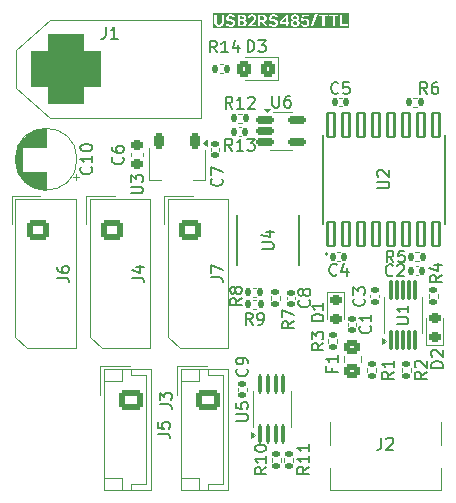
<source format=gbr>
%TF.GenerationSoftware,KiCad,Pcbnew,8.0.9-8.0.9-0~ubuntu22.04.1*%
%TF.CreationDate,2025-07-08T15:19:42+09:00*%
%TF.ProjectId,USB2DXL,55534232-4458-44c2-9e6b-696361645f70,rev?*%
%TF.SameCoordinates,Original*%
%TF.FileFunction,Legend,Top*%
%TF.FilePolarity,Positive*%
%FSLAX46Y46*%
G04 Gerber Fmt 4.6, Leading zero omitted, Abs format (unit mm)*
G04 Created by KiCad (PCBNEW 8.0.9-8.0.9-0~ubuntu22.04.1) date 2025-07-08 15:19:42*
%MOMM*%
%LPD*%
G01*
G04 APERTURE LIST*
G04 Aperture macros list*
%AMRoundRect*
0 Rectangle with rounded corners*
0 $1 Rounding radius*
0 $2 $3 $4 $5 $6 $7 $8 $9 X,Y pos of 4 corners*
0 Add a 4 corners polygon primitive as box body*
4,1,4,$2,$3,$4,$5,$6,$7,$8,$9,$2,$3,0*
0 Add four circle primitives for the rounded corners*
1,1,$1+$1,$2,$3*
1,1,$1+$1,$4,$5*
1,1,$1+$1,$6,$7*
1,1,$1+$1,$8,$9*
0 Add four rect primitives between the rounded corners*
20,1,$1+$1,$2,$3,$4,$5,0*
20,1,$1+$1,$4,$5,$6,$7,0*
20,1,$1+$1,$6,$7,$8,$9,0*
20,1,$1+$1,$8,$9,$2,$3,0*%
%AMFreePoly0*
4,1,9,3.862500,-0.866500,0.737500,-0.866500,0.737500,-0.450000,-0.737500,-0.450000,-0.737500,0.450000,0.737500,0.450000,0.737500,0.866500,3.862500,0.866500,3.862500,-0.866500,3.862500,-0.866500,$1*%
G04 Aperture macros list end*
%ADD10C,0.200000*%
%ADD11C,0.150000*%
%ADD12C,0.120000*%
%ADD13C,0.152400*%
%ADD14C,0.127000*%
%ADD15RoundRect,0.140000X-0.170000X0.140000X-0.170000X-0.140000X0.170000X-0.140000X0.170000X0.140000X0*%
%ADD16RoundRect,0.135000X-0.185000X0.135000X-0.185000X-0.135000X0.185000X-0.135000X0.185000X0.135000X0*%
%ADD17C,3.200000*%
%ADD18RoundRect,0.218750X0.256250X-0.218750X0.256250X0.218750X-0.256250X0.218750X-0.256250X-0.218750X0*%
%ADD19RoundRect,0.135000X0.135000X0.185000X-0.135000X0.185000X-0.135000X-0.185000X0.135000X-0.185000X0*%
%ADD20RoundRect,0.250000X-0.725000X0.600000X-0.725000X-0.600000X0.725000X-0.600000X0.725000X0.600000X0*%
%ADD21O,1.950000X1.700000*%
%ADD22RoundRect,0.218750X-0.256250X0.218750X-0.256250X-0.218750X0.256250X-0.218750X0.256250X0.218750X0*%
%ADD23RoundRect,0.135000X0.185000X-0.135000X0.185000X0.135000X-0.185000X0.135000X-0.185000X-0.135000X0*%
%ADD24RoundRect,0.225000X-0.250000X0.225000X-0.250000X-0.225000X0.250000X-0.225000X0.250000X0.225000X0*%
%ADD25RoundRect,0.250000X0.325000X0.450000X-0.325000X0.450000X-0.325000X-0.450000X0.325000X-0.450000X0*%
%ADD26RoundRect,0.140000X-0.140000X-0.170000X0.140000X-0.170000X0.140000X0.170000X-0.140000X0.170000X0*%
%ADD27RoundRect,0.250000X-0.675000X0.600000X-0.675000X-0.600000X0.675000X-0.600000X0.675000X0.600000X0*%
%ADD28O,1.850000X1.700000*%
%ADD29RoundRect,0.225000X-0.225000X0.425000X-0.225000X-0.425000X0.225000X-0.425000X0.225000X0.425000X0*%
%ADD30FreePoly0,270.000000*%
%ADD31RoundRect,0.100000X0.100000X-0.712500X0.100000X0.712500X-0.100000X0.712500X-0.100000X-0.712500X0*%
%ADD32RoundRect,0.162500X-0.617500X-0.162500X0.617500X-0.162500X0.617500X0.162500X-0.617500X0.162500X0*%
%ADD33RoundRect,0.140000X0.140000X0.170000X-0.140000X0.170000X-0.140000X-0.170000X0.140000X-0.170000X0*%
%ADD34R,0.558800X1.460500*%
%ADD35RoundRect,0.140000X0.170000X-0.140000X0.170000X0.140000X-0.170000X0.140000X-0.170000X-0.140000X0*%
%ADD36C,0.650000*%
%ADD37R,0.600000X1.450000*%
%ADD38R,0.300000X1.450000*%
%ADD39O,1.000000X2.100000*%
%ADD40O,1.000000X1.600000*%
%ADD41RoundRect,1.500000X-1.500000X-1.500000X1.500000X-1.500000X1.500000X1.500000X-1.500000X1.500000X0*%
%ADD42C,6.000000*%
%ADD43RoundRect,0.135000X-0.135000X-0.185000X0.135000X-0.185000X0.135000X0.185000X-0.135000X0.185000X0*%
%ADD44RoundRect,0.250000X0.450000X-0.325000X0.450000X0.325000X-0.450000X0.325000X-0.450000X-0.325000X0*%
%ADD45R,1.600000X1.600000*%
%ADD46C,1.600000*%
%ADD47RoundRect,0.100500X0.301500X-1.031500X0.301500X1.031500X-0.301500X1.031500X-0.301500X-1.031500X0*%
%ADD48RoundRect,0.087500X0.087500X-0.725000X0.087500X0.725000X-0.087500X0.725000X-0.087500X-0.725000X0*%
G04 APERTURE END LIST*
D10*
G36*
X75222158Y-54101913D02*
G01*
X75269340Y-54117350D01*
X75299737Y-54135923D01*
X75333576Y-54172060D01*
X75348757Y-54202171D01*
X75357023Y-54252416D01*
X75353154Y-54287594D01*
X75333576Y-54332772D01*
X75311781Y-54358691D01*
X75269340Y-54387727D01*
X75225254Y-54402747D01*
X75175062Y-54407754D01*
X75128369Y-54403354D01*
X75081029Y-54387727D01*
X75050118Y-54368995D01*
X75015816Y-54332772D01*
X75000793Y-54302661D01*
X74992613Y-54252416D01*
X74996442Y-54217238D01*
X75015816Y-54172060D01*
X75039745Y-54144398D01*
X75080540Y-54117350D01*
X75124687Y-54102512D01*
X75174574Y-54097566D01*
X75222158Y-54101913D01*
G37*
G36*
X75206173Y-53668565D02*
G01*
X75252732Y-53684307D01*
X75272672Y-53697068D01*
X75306465Y-53734377D01*
X75317590Y-53757164D01*
X75326005Y-53806917D01*
X75324049Y-53830554D01*
X75305977Y-53877015D01*
X75292123Y-53895009D01*
X75252243Y-53925863D01*
X75225590Y-53936877D01*
X75175062Y-53943937D01*
X75146797Y-53941802D01*
X75098126Y-53925863D01*
X75078009Y-53913303D01*
X75043660Y-53876770D01*
X75033098Y-53856515D01*
X75023632Y-53806917D01*
X75025540Y-53782307D01*
X75043171Y-53734377D01*
X75058365Y-53714135D01*
X75097149Y-53684307D01*
X75124180Y-53673144D01*
X75174574Y-53665989D01*
X75206173Y-53668565D01*
G37*
G36*
X70735056Y-54105218D02*
G01*
X70783669Y-54114920D01*
X70827540Y-54141041D01*
X70834698Y-54148055D01*
X70859929Y-54190208D01*
X70867596Y-54240204D01*
X70867244Y-54252361D01*
X70856291Y-54302397D01*
X70827540Y-54343763D01*
X70814371Y-54354528D01*
X70769759Y-54374965D01*
X70718119Y-54381132D01*
X70490240Y-54381132D01*
X70490240Y-54104649D01*
X70718119Y-54104649D01*
X70735056Y-54105218D01*
G37*
G36*
X70748249Y-53703466D02*
G01*
X70792613Y-53729004D01*
X70818808Y-53767716D01*
X70827540Y-53818396D01*
X70819919Y-53869265D01*
X70792857Y-53913163D01*
X70788417Y-53917333D01*
X70745339Y-53941009D01*
X70696626Y-53947601D01*
X70490240Y-53947601D01*
X70490240Y-53696275D01*
X70696626Y-53696275D01*
X70748249Y-53703466D01*
G37*
G36*
X72445679Y-53698591D02*
G01*
X72494224Y-53708945D01*
X72538217Y-53736819D01*
X72547662Y-53746929D01*
X72571866Y-53793064D01*
X72578517Y-53843553D01*
X72578163Y-53855902D01*
X72567143Y-53907060D01*
X72538217Y-53950043D01*
X72524984Y-53961372D01*
X72480318Y-53982877D01*
X72428796Y-53989366D01*
X72232180Y-53989366D01*
X72232180Y-53697985D01*
X72428796Y-53697985D01*
X72445679Y-53698591D01*
G37*
G36*
X74365397Y-54187936D02*
G01*
X74053011Y-54187936D01*
X74365397Y-53777119D01*
X74365397Y-54187936D01*
G37*
G36*
X79745804Y-54675181D02*
G01*
X68221977Y-54675181D01*
X68221977Y-54144949D01*
X68333088Y-54144949D01*
X68335735Y-54204779D01*
X68343678Y-54260316D01*
X68356916Y-54311559D01*
X68375448Y-54358509D01*
X68404677Y-54409182D01*
X68441531Y-54453672D01*
X68485157Y-54491190D01*
X68534519Y-54520946D01*
X68580036Y-54539813D01*
X68629535Y-54553289D01*
X68683018Y-54561375D01*
X68740485Y-54564070D01*
X68797945Y-54561375D01*
X68851410Y-54553289D01*
X68900880Y-54539813D01*
X68946355Y-54520946D01*
X68995651Y-54491190D01*
X69039194Y-54453672D01*
X69045881Y-54446686D01*
X69081544Y-54401166D01*
X69094537Y-54377957D01*
X69285879Y-54377957D01*
X69305518Y-54399942D01*
X69342420Y-54435203D01*
X69382548Y-54466374D01*
X69425901Y-54493453D01*
X69472480Y-54516442D01*
X69500320Y-54527605D01*
X69550491Y-54543558D01*
X69602508Y-54554954D01*
X69656372Y-54561791D01*
X69712083Y-54564070D01*
X69719533Y-54564032D01*
X69770045Y-54561627D01*
X69824251Y-54554300D01*
X69874703Y-54542088D01*
X69921399Y-54524991D01*
X69943182Y-54514721D01*
X69987618Y-54487959D01*
X70025717Y-54456135D01*
X70060617Y-54414837D01*
X70069478Y-54401272D01*
X70092719Y-54353263D01*
X70106277Y-54300961D01*
X70110199Y-54250218D01*
X70109402Y-54226552D01*
X70101349Y-54174970D01*
X70084625Y-54128484D01*
X70054892Y-54081597D01*
X70019584Y-54046031D01*
X69988793Y-54023531D01*
X69945310Y-53999397D01*
X69894700Y-53978388D01*
X69847081Y-53963269D01*
X69794513Y-53950320D01*
X69736995Y-53939541D01*
X69715137Y-53935704D01*
X69662976Y-53924675D01*
X69614950Y-53910881D01*
X69568468Y-53890204D01*
X69532015Y-53854728D01*
X69519864Y-53807406D01*
X69520306Y-53796016D01*
X69535783Y-53746346D01*
X69570178Y-53710930D01*
X69605068Y-53692769D01*
X69655626Y-53679854D01*
X69705000Y-53676491D01*
X69715659Y-53676631D01*
X69767236Y-53681506D01*
X69815951Y-53693346D01*
X69861804Y-53712151D01*
X69870623Y-53716735D01*
X69912774Y-53743463D01*
X69951681Y-53776536D01*
X69987344Y-53815954D01*
X70102634Y-53696275D01*
X70300219Y-53696275D01*
X70300219Y-53947601D01*
X70300219Y-54104649D01*
X70300219Y-54381132D01*
X70300219Y-54541600D01*
X70717386Y-54541600D01*
X70742517Y-54541039D01*
X70796185Y-54535674D01*
X70845874Y-54524629D01*
X70896416Y-54505696D01*
X70901192Y-54503407D01*
X70945298Y-54477323D01*
X70982774Y-54445419D01*
X71016339Y-54403602D01*
X71018984Y-54399460D01*
X71042535Y-54351189D01*
X71055128Y-54302999D01*
X71059326Y-54250706D01*
X71055152Y-54200823D01*
X71040919Y-54150964D01*
X71016584Y-54106359D01*
X70983187Y-54067670D01*
X70941766Y-54035561D01*
X70897149Y-54012081D01*
X70889558Y-54009173D01*
X70904247Y-54001350D01*
X70946459Y-53969098D01*
X70979947Y-53929771D01*
X70998838Y-53896232D01*
X71014408Y-53847185D01*
X71019026Y-53797880D01*
X71015935Y-53755088D01*
X71003761Y-53707090D01*
X71002364Y-53704335D01*
X71179249Y-53704335D01*
X71301615Y-53825968D01*
X71304765Y-53821169D01*
X71333586Y-53781561D01*
X71366607Y-53745120D01*
X71407617Y-53711907D01*
X71428877Y-53699373D01*
X71477534Y-53681113D01*
X71529738Y-53675026D01*
X71551591Y-53676010D01*
X71601488Y-53687777D01*
X71644044Y-53715326D01*
X71656146Y-53728517D01*
X71679120Y-53772622D01*
X71686053Y-53823037D01*
X71684789Y-53845439D01*
X71673109Y-53893379D01*
X71658770Y-53923833D01*
X71630854Y-53965186D01*
X71619034Y-53979704D01*
X71585708Y-54016783D01*
X71550743Y-54052137D01*
X71196591Y-54386750D01*
X71196591Y-54541600D01*
X71868991Y-54541600D01*
X71868991Y-54386994D01*
X71440589Y-54386994D01*
X71628412Y-54209429D01*
X71666209Y-54173462D01*
X71704883Y-54134818D01*
X71738734Y-54098800D01*
X71771050Y-54061418D01*
X71797956Y-54025966D01*
X71820910Y-53989366D01*
X72042159Y-53989366D01*
X72042159Y-54541600D01*
X72232180Y-54541600D01*
X72232180Y-54151544D01*
X72362144Y-54151544D01*
X72636891Y-54541600D01*
X72868677Y-54541600D01*
X72748376Y-54377957D01*
X72922166Y-54377957D01*
X72941805Y-54399942D01*
X72978707Y-54435203D01*
X73018835Y-54466374D01*
X73062189Y-54493453D01*
X73108768Y-54516442D01*
X73136608Y-54527605D01*
X73186779Y-54543558D01*
X73238796Y-54554954D01*
X73292660Y-54561791D01*
X73348370Y-54564070D01*
X73355821Y-54564032D01*
X73406332Y-54561627D01*
X73460539Y-54554300D01*
X73510990Y-54542088D01*
X73557686Y-54524991D01*
X73579470Y-54514721D01*
X73623906Y-54487959D01*
X73662005Y-54456135D01*
X73696905Y-54414837D01*
X73705765Y-54401272D01*
X73729007Y-54353263D01*
X73742564Y-54300961D01*
X73746486Y-54250218D01*
X73745690Y-54226552D01*
X73739661Y-54187936D01*
X73872027Y-54187936D01*
X73872027Y-54340588D01*
X74365397Y-54340588D01*
X74365397Y-54541600D01*
X74551755Y-54541600D01*
X74551755Y-54340588D01*
X74679494Y-54340588D01*
X74679494Y-54261941D01*
X74800394Y-54261941D01*
X74800582Y-54272856D01*
X74807160Y-54325139D01*
X74823136Y-54373606D01*
X74848510Y-54418257D01*
X74857849Y-54430776D01*
X74893570Y-54468787D01*
X74936350Y-54501072D01*
X74980889Y-54525235D01*
X75019077Y-54540367D01*
X75071748Y-54554361D01*
X75121940Y-54561643D01*
X75175307Y-54564070D01*
X75215604Y-54562705D01*
X75266475Y-54556637D01*
X75319800Y-54544008D01*
X75368991Y-54525235D01*
X75384386Y-54517696D01*
X75426808Y-54491988D01*
X75467328Y-54457984D01*
X75500882Y-54418257D01*
X75506739Y-54409630D01*
X75522042Y-54380155D01*
X75653778Y-54380155D01*
X75684263Y-54422226D01*
X75719297Y-54459045D01*
X75758879Y-54490614D01*
X75803011Y-54516931D01*
X75850470Y-54537554D01*
X75900036Y-54552285D01*
X75951709Y-54561124D01*
X76005488Y-54564070D01*
X76059924Y-54561124D01*
X76111123Y-54552285D01*
X76145913Y-54541600D01*
X76513513Y-54541600D01*
X76694741Y-54541600D01*
X77006937Y-53700427D01*
X77189577Y-53700427D01*
X77482913Y-53700427D01*
X77482913Y-54541600D01*
X77671957Y-54541600D01*
X77671957Y-53700427D01*
X77965293Y-53700427D01*
X78051266Y-53700427D01*
X78344602Y-53700427D01*
X78344602Y-54541600D01*
X78533646Y-54541600D01*
X78992334Y-54541600D01*
X79634693Y-54541600D01*
X79634693Y-54375026D01*
X79182355Y-54375026D01*
X79182355Y-53535807D01*
X78992334Y-53535807D01*
X78992334Y-54541600D01*
X78533646Y-54541600D01*
X78533646Y-53700427D01*
X78826981Y-53700427D01*
X78826981Y-53535807D01*
X78051266Y-53535807D01*
X78051266Y-53700427D01*
X77965293Y-53700427D01*
X77965293Y-53535807D01*
X77189577Y-53535807D01*
X77189577Y-53700427D01*
X77006937Y-53700427D01*
X77076737Y-53512360D01*
X76895509Y-53512360D01*
X76513513Y-54541600D01*
X76145913Y-54541600D01*
X76159086Y-54537554D01*
X76203813Y-54516931D01*
X76229902Y-54501277D01*
X76272175Y-54468832D01*
X76308419Y-54430901D01*
X76338635Y-54387482D01*
X76357479Y-54350480D01*
X76374905Y-54299677D01*
X76383973Y-54251470D01*
X76386995Y-54200392D01*
X76386006Y-54170363D01*
X76379235Y-54118834D01*
X76366050Y-54070551D01*
X76346451Y-54025514D01*
X76341292Y-54015992D01*
X76311830Y-53972128D01*
X76276262Y-53934514D01*
X76234588Y-53903149D01*
X76220987Y-53895030D01*
X76173017Y-53873735D01*
X76120991Y-53861313D01*
X76070701Y-53857720D01*
X76034019Y-53859658D01*
X75982487Y-53869836D01*
X75935146Y-53888738D01*
X75906402Y-53905866D01*
X75871038Y-53935583D01*
X75900618Y-53690169D01*
X76339124Y-53690169D01*
X76339124Y-53535807D01*
X75754895Y-53535807D01*
X75688461Y-54112953D01*
X75849661Y-54112953D01*
X75853040Y-54106704D01*
X75883547Y-54066282D01*
X75923178Y-54037238D01*
X75971355Y-54018553D01*
X76021120Y-54012325D01*
X76068854Y-54017799D01*
X76114909Y-54037238D01*
X76148018Y-54064672D01*
X76176458Y-54105626D01*
X76177841Y-54108340D01*
X76193991Y-54155143D01*
X76198928Y-54204789D01*
X76193800Y-54256843D01*
X76176313Y-54307050D01*
X76146416Y-54349869D01*
X76106129Y-54382269D01*
X76057473Y-54401220D01*
X76005977Y-54406777D01*
X75971233Y-54404381D01*
X75921637Y-54391798D01*
X75875062Y-54368431D01*
X75836318Y-54338033D01*
X75802365Y-54299900D01*
X75775656Y-54258522D01*
X75653778Y-54380155D01*
X75522042Y-54380155D01*
X75530352Y-54364149D01*
X75544520Y-54314757D01*
X75549242Y-54261453D01*
X75549055Y-54250992D01*
X75542476Y-54200865D01*
X75526500Y-54154364D01*
X75501127Y-54111488D01*
X75491789Y-54099374D01*
X75456107Y-54062623D01*
X75413412Y-54031454D01*
X75368991Y-54008173D01*
X75360715Y-54004995D01*
X75393707Y-53987819D01*
X75434949Y-53956854D01*
X75468398Y-53920001D01*
X75489178Y-53886166D01*
X75506305Y-53837084D01*
X75511385Y-53788110D01*
X75507163Y-53739572D01*
X75492767Y-53690422D01*
X75468154Y-53645717D01*
X75434594Y-53606351D01*
X75393357Y-53573219D01*
X75349208Y-53548508D01*
X75329920Y-53540208D01*
X75278562Y-53524298D01*
X75228506Y-53515894D01*
X75174818Y-53513093D01*
X75150894Y-53513646D01*
X75099380Y-53518938D01*
X75051074Y-53529832D01*
X75001162Y-53548508D01*
X74956625Y-53573219D01*
X74915129Y-53606351D01*
X74881483Y-53645717D01*
X74858685Y-53686174D01*
X74843360Y-53734920D01*
X74838252Y-53788110D01*
X74839655Y-53806917D01*
X74840938Y-53824106D01*
X74855043Y-53874320D01*
X74881238Y-53920001D01*
X74914717Y-53956854D01*
X74956045Y-53987819D01*
X74989324Y-54005095D01*
X74980889Y-54008173D01*
X74965408Y-54015429D01*
X74922775Y-54040184D01*
X74882112Y-54072947D01*
X74848510Y-54111244D01*
X74842683Y-54119503D01*
X74819189Y-54163118D01*
X74805093Y-54210598D01*
X74801266Y-54252416D01*
X74800394Y-54261941D01*
X74679494Y-54261941D01*
X74679494Y-54187936D01*
X74551755Y-54187936D01*
X74551755Y-53535807D01*
X74365397Y-53535807D01*
X73872027Y-54187936D01*
X73739661Y-54187936D01*
X73737637Y-54174970D01*
X73720912Y-54128484D01*
X73691180Y-54081597D01*
X73655872Y-54046031D01*
X73625080Y-54023531D01*
X73581598Y-53999397D01*
X73530988Y-53978388D01*
X73483369Y-53963269D01*
X73430800Y-53950320D01*
X73373283Y-53939541D01*
X73351424Y-53935704D01*
X73299263Y-53924675D01*
X73251238Y-53910881D01*
X73204755Y-53890204D01*
X73168302Y-53854728D01*
X73156151Y-53807406D01*
X73156593Y-53796016D01*
X73172071Y-53746346D01*
X73206465Y-53710930D01*
X73241356Y-53692769D01*
X73291914Y-53679854D01*
X73341287Y-53676491D01*
X73351946Y-53676631D01*
X73403523Y-53681506D01*
X73452238Y-53693346D01*
X73498091Y-53712151D01*
X73506911Y-53716735D01*
X73549061Y-53743463D01*
X73587969Y-53776536D01*
X73623632Y-53815954D01*
X73745509Y-53689436D01*
X73740974Y-53684222D01*
X73702410Y-53645170D01*
X73659786Y-53610850D01*
X73613102Y-53581262D01*
X73568921Y-53559255D01*
X73542482Y-53548436D01*
X73494744Y-53532973D01*
X73445136Y-53521929D01*
X73393658Y-53515302D01*
X73340310Y-53513093D01*
X73293394Y-53514951D01*
X73242637Y-53521626D01*
X73194933Y-53533155D01*
X73144916Y-53551927D01*
X73129260Y-53559436D01*
X73086206Y-53585232D01*
X73045257Y-53619650D01*
X73011559Y-53660127D01*
X73003004Y-53673396D01*
X72980564Y-53720756D01*
X72967474Y-53772934D01*
X72963688Y-53824014D01*
X72963774Y-53831521D01*
X72969214Y-53881304D01*
X72985792Y-53932275D01*
X73013422Y-53976925D01*
X73052104Y-54015256D01*
X73069562Y-54028039D01*
X73117143Y-54055060D01*
X73165554Y-54075096D01*
X73221007Y-54092246D01*
X73272596Y-54104334D01*
X73329075Y-54114419D01*
X73351180Y-54118205D01*
X73404165Y-54129497D01*
X73453410Y-54144281D01*
X73501999Y-54167419D01*
X73508269Y-54171705D01*
X73542401Y-54210417D01*
X73553778Y-54260720D01*
X73552449Y-54279939D01*
X73534577Y-54327089D01*
X73499312Y-54362081D01*
X73453070Y-54385151D01*
X73401208Y-54396944D01*
X73352034Y-54399939D01*
X73337120Y-54399660D01*
X73285642Y-54394297D01*
X73235286Y-54382109D01*
X73221192Y-54377403D01*
X73173968Y-54357027D01*
X73130017Y-54330574D01*
X73118145Y-54321956D01*
X73080017Y-54288791D01*
X73047219Y-54250951D01*
X72922166Y-54377957D01*
X72748376Y-54377957D01*
X72566052Y-54129944D01*
X72607337Y-54112953D01*
X72616851Y-54108009D01*
X72660414Y-54079683D01*
X72697299Y-54045346D01*
X72727505Y-54004998D01*
X72735187Y-53991751D01*
X72755337Y-53944772D01*
X72767091Y-53893453D01*
X72770492Y-53843553D01*
X72770114Y-53826490D01*
X72764447Y-53777722D01*
X72750174Y-53727796D01*
X72727505Y-53682353D01*
X72721998Y-53673832D01*
X72690456Y-53634806D01*
X72652236Y-53601743D01*
X72607337Y-53574642D01*
X72577545Y-53561444D01*
X72529667Y-53546768D01*
X72477965Y-53538235D01*
X72428796Y-53535807D01*
X72042159Y-53535807D01*
X72042159Y-53989366D01*
X71820910Y-53989366D01*
X71824440Y-53983737D01*
X71845300Y-53939052D01*
X71852936Y-53916721D01*
X71864062Y-53866570D01*
X71867770Y-53814000D01*
X71867403Y-53796952D01*
X71861897Y-53748409D01*
X71848029Y-53699050D01*
X71826005Y-53654509D01*
X71820650Y-53646202D01*
X71789872Y-53608245D01*
X71752415Y-53576250D01*
X71708279Y-53550218D01*
X71678916Y-53537601D01*
X71631232Y-53523571D01*
X71579182Y-53515413D01*
X71529249Y-53513093D01*
X71478691Y-53516131D01*
X71429843Y-53525244D01*
X71382704Y-53540433D01*
X71337275Y-53561697D01*
X71331737Y-53564779D01*
X71288831Y-53592631D01*
X71248397Y-53626161D01*
X71210436Y-53665369D01*
X71179249Y-53704335D01*
X71002364Y-53704335D01*
X70979947Y-53660127D01*
X70955649Y-53628985D01*
X70915618Y-53594015D01*
X70871259Y-53568536D01*
X70857956Y-53562687D01*
X70810634Y-53547346D01*
X70758732Y-53538396D01*
X70708105Y-53535807D01*
X70300219Y-53535807D01*
X70300219Y-53696275D01*
X70102634Y-53696275D01*
X70109222Y-53689436D01*
X70104687Y-53684222D01*
X70066123Y-53645170D01*
X70023499Y-53610850D01*
X69976814Y-53581262D01*
X69932634Y-53559255D01*
X69906195Y-53548436D01*
X69858457Y-53532973D01*
X69808849Y-53521929D01*
X69757371Y-53515302D01*
X69704023Y-53513093D01*
X69657106Y-53514951D01*
X69606349Y-53521626D01*
X69558646Y-53533155D01*
X69508628Y-53551927D01*
X69492972Y-53559436D01*
X69449919Y-53585232D01*
X69408970Y-53619650D01*
X69375272Y-53660127D01*
X69366717Y-53673396D01*
X69344277Y-53720756D01*
X69331187Y-53772934D01*
X69327400Y-53824014D01*
X69327487Y-53831521D01*
X69332926Y-53881304D01*
X69349504Y-53932275D01*
X69377134Y-53976925D01*
X69415816Y-54015256D01*
X69433274Y-54028039D01*
X69480855Y-54055060D01*
X69529267Y-54075096D01*
X69584720Y-54092246D01*
X69636309Y-54104334D01*
X69692787Y-54114419D01*
X69714892Y-54118205D01*
X69767878Y-54129497D01*
X69817122Y-54144281D01*
X69865711Y-54167419D01*
X69871982Y-54171705D01*
X69906114Y-54210417D01*
X69917491Y-54260720D01*
X69916161Y-54279939D01*
X69898289Y-54327089D01*
X69863025Y-54362081D01*
X69816783Y-54385151D01*
X69764920Y-54396944D01*
X69715746Y-54399939D01*
X69700832Y-54399660D01*
X69649354Y-54394297D01*
X69598998Y-54382109D01*
X69584905Y-54377403D01*
X69537681Y-54357027D01*
X69493730Y-54330574D01*
X69481857Y-54321956D01*
X69443729Y-54288791D01*
X69410931Y-54250951D01*
X69285879Y-54377957D01*
X69094537Y-54377957D01*
X69105425Y-54358509D01*
X69124000Y-54311559D01*
X69137268Y-54260316D01*
X69145228Y-54204779D01*
X69147882Y-54144949D01*
X69147882Y-53535807D01*
X68959326Y-53535807D01*
X68959326Y-54144949D01*
X68957283Y-54185916D01*
X68948200Y-54235490D01*
X68929296Y-54284363D01*
X68901196Y-54325933D01*
X68886023Y-54341675D01*
X68841945Y-54371848D01*
X68794770Y-54387787D01*
X68740485Y-54393100D01*
X68721604Y-54392510D01*
X68669753Y-54383655D01*
X68620571Y-54361353D01*
X68580261Y-54325933D01*
X68557992Y-54294232D01*
X68537397Y-54246982D01*
X68526681Y-54198850D01*
X68523109Y-54144949D01*
X68523109Y-53535807D01*
X68333088Y-53535807D01*
X68333088Y-54144949D01*
X68221977Y-54144949D01*
X68221977Y-53401249D01*
X79745804Y-53401249D01*
X79745804Y-54675181D01*
G37*
D11*
X76347980Y-77715466D02*
X76395600Y-77763085D01*
X76395600Y-77763085D02*
X76443219Y-77905942D01*
X76443219Y-77905942D02*
X76443219Y-78001180D01*
X76443219Y-78001180D02*
X76395600Y-78144037D01*
X76395600Y-78144037D02*
X76300361Y-78239275D01*
X76300361Y-78239275D02*
X76205123Y-78286894D01*
X76205123Y-78286894D02*
X76014647Y-78334513D01*
X76014647Y-78334513D02*
X75871790Y-78334513D01*
X75871790Y-78334513D02*
X75681314Y-78286894D01*
X75681314Y-78286894D02*
X75586076Y-78239275D01*
X75586076Y-78239275D02*
X75490838Y-78144037D01*
X75490838Y-78144037D02*
X75443219Y-78001180D01*
X75443219Y-78001180D02*
X75443219Y-77905942D01*
X75443219Y-77905942D02*
X75490838Y-77763085D01*
X75490838Y-77763085D02*
X75538457Y-77715466D01*
X75871790Y-77144037D02*
X75824171Y-77239275D01*
X75824171Y-77239275D02*
X75776552Y-77286894D01*
X75776552Y-77286894D02*
X75681314Y-77334513D01*
X75681314Y-77334513D02*
X75633695Y-77334513D01*
X75633695Y-77334513D02*
X75538457Y-77286894D01*
X75538457Y-77286894D02*
X75490838Y-77239275D01*
X75490838Y-77239275D02*
X75443219Y-77144037D01*
X75443219Y-77144037D02*
X75443219Y-76953561D01*
X75443219Y-76953561D02*
X75490838Y-76858323D01*
X75490838Y-76858323D02*
X75538457Y-76810704D01*
X75538457Y-76810704D02*
X75633695Y-76763085D01*
X75633695Y-76763085D02*
X75681314Y-76763085D01*
X75681314Y-76763085D02*
X75776552Y-76810704D01*
X75776552Y-76810704D02*
X75824171Y-76858323D01*
X75824171Y-76858323D02*
X75871790Y-76953561D01*
X75871790Y-76953561D02*
X75871790Y-77144037D01*
X75871790Y-77144037D02*
X75919409Y-77239275D01*
X75919409Y-77239275D02*
X75967028Y-77286894D01*
X75967028Y-77286894D02*
X76062266Y-77334513D01*
X76062266Y-77334513D02*
X76252742Y-77334513D01*
X76252742Y-77334513D02*
X76347980Y-77286894D01*
X76347980Y-77286894D02*
X76395600Y-77239275D01*
X76395600Y-77239275D02*
X76443219Y-77144037D01*
X76443219Y-77144037D02*
X76443219Y-76953561D01*
X76443219Y-76953561D02*
X76395600Y-76858323D01*
X76395600Y-76858323D02*
X76347980Y-76810704D01*
X76347980Y-76810704D02*
X76252742Y-76763085D01*
X76252742Y-76763085D02*
X76062266Y-76763085D01*
X76062266Y-76763085D02*
X75967028Y-76810704D01*
X75967028Y-76810704D02*
X75919409Y-76858323D01*
X75919409Y-76858323D02*
X75871790Y-76953561D01*
X75080019Y-79516266D02*
X74603828Y-79849599D01*
X75080019Y-80087694D02*
X74080019Y-80087694D01*
X74080019Y-80087694D02*
X74080019Y-79706742D01*
X74080019Y-79706742D02*
X74127638Y-79611504D01*
X74127638Y-79611504D02*
X74175257Y-79563885D01*
X74175257Y-79563885D02*
X74270495Y-79516266D01*
X74270495Y-79516266D02*
X74413352Y-79516266D01*
X74413352Y-79516266D02*
X74508590Y-79563885D01*
X74508590Y-79563885D02*
X74556209Y-79611504D01*
X74556209Y-79611504D02*
X74603828Y-79706742D01*
X74603828Y-79706742D02*
X74603828Y-80087694D01*
X74080019Y-79182932D02*
X74080019Y-78516266D01*
X74080019Y-78516266D02*
X75080019Y-78944837D01*
X87678419Y-83440494D02*
X86678419Y-83440494D01*
X86678419Y-83440494D02*
X86678419Y-83202399D01*
X86678419Y-83202399D02*
X86726038Y-83059542D01*
X86726038Y-83059542D02*
X86821276Y-82964304D01*
X86821276Y-82964304D02*
X86916514Y-82916685D01*
X86916514Y-82916685D02*
X87106990Y-82869066D01*
X87106990Y-82869066D02*
X87249847Y-82869066D01*
X87249847Y-82869066D02*
X87440323Y-82916685D01*
X87440323Y-82916685D02*
X87535561Y-82964304D01*
X87535561Y-82964304D02*
X87630800Y-83059542D01*
X87630800Y-83059542D02*
X87678419Y-83202399D01*
X87678419Y-83202399D02*
X87678419Y-83440494D01*
X86773657Y-82488113D02*
X86726038Y-82440494D01*
X86726038Y-82440494D02*
X86678419Y-82345256D01*
X86678419Y-82345256D02*
X86678419Y-82107161D01*
X86678419Y-82107161D02*
X86726038Y-82011923D01*
X86726038Y-82011923D02*
X86773657Y-81964304D01*
X86773657Y-81964304D02*
X86868895Y-81916685D01*
X86868895Y-81916685D02*
X86964133Y-81916685D01*
X86964133Y-81916685D02*
X87106990Y-81964304D01*
X87106990Y-81964304D02*
X87678419Y-82535732D01*
X87678419Y-82535732D02*
X87678419Y-81916685D01*
X87576819Y-75604666D02*
X87100628Y-75937999D01*
X87576819Y-76176094D02*
X86576819Y-76176094D01*
X86576819Y-76176094D02*
X86576819Y-75795142D01*
X86576819Y-75795142D02*
X86624438Y-75699904D01*
X86624438Y-75699904D02*
X86672057Y-75652285D01*
X86672057Y-75652285D02*
X86767295Y-75604666D01*
X86767295Y-75604666D02*
X86910152Y-75604666D01*
X86910152Y-75604666D02*
X87005390Y-75652285D01*
X87005390Y-75652285D02*
X87053009Y-75699904D01*
X87053009Y-75699904D02*
X87100628Y-75795142D01*
X87100628Y-75795142D02*
X87100628Y-76176094D01*
X86910152Y-74747523D02*
X87576819Y-74747523D01*
X86529200Y-74985618D02*
X87243485Y-75223713D01*
X87243485Y-75223713D02*
X87243485Y-74604666D01*
X86345733Y-60246419D02*
X86012400Y-59770228D01*
X85774305Y-60246419D02*
X85774305Y-59246419D01*
X85774305Y-59246419D02*
X86155257Y-59246419D01*
X86155257Y-59246419D02*
X86250495Y-59294038D01*
X86250495Y-59294038D02*
X86298114Y-59341657D01*
X86298114Y-59341657D02*
X86345733Y-59436895D01*
X86345733Y-59436895D02*
X86345733Y-59579752D01*
X86345733Y-59579752D02*
X86298114Y-59674990D01*
X86298114Y-59674990D02*
X86250495Y-59722609D01*
X86250495Y-59722609D02*
X86155257Y-59770228D01*
X86155257Y-59770228D02*
X85774305Y-59770228D01*
X87202876Y-59246419D02*
X87012400Y-59246419D01*
X87012400Y-59246419D02*
X86917162Y-59294038D01*
X86917162Y-59294038D02*
X86869543Y-59341657D01*
X86869543Y-59341657D02*
X86774305Y-59484514D01*
X86774305Y-59484514D02*
X86726686Y-59674990D01*
X86726686Y-59674990D02*
X86726686Y-60055942D01*
X86726686Y-60055942D02*
X86774305Y-60151180D01*
X86774305Y-60151180D02*
X86821924Y-60198800D01*
X86821924Y-60198800D02*
X86917162Y-60246419D01*
X86917162Y-60246419D02*
X87107638Y-60246419D01*
X87107638Y-60246419D02*
X87202876Y-60198800D01*
X87202876Y-60198800D02*
X87250495Y-60151180D01*
X87250495Y-60151180D02*
X87298114Y-60055942D01*
X87298114Y-60055942D02*
X87298114Y-59817847D01*
X87298114Y-59817847D02*
X87250495Y-59722609D01*
X87250495Y-59722609D02*
X87202876Y-59674990D01*
X87202876Y-59674990D02*
X87107638Y-59627371D01*
X87107638Y-59627371D02*
X86917162Y-59627371D01*
X86917162Y-59627371D02*
X86821924Y-59674990D01*
X86821924Y-59674990D02*
X86774305Y-59722609D01*
X86774305Y-59722609D02*
X86726686Y-59817847D01*
X63716819Y-86540933D02*
X64431104Y-86540933D01*
X64431104Y-86540933D02*
X64573961Y-86588552D01*
X64573961Y-86588552D02*
X64669200Y-86683790D01*
X64669200Y-86683790D02*
X64716819Y-86826647D01*
X64716819Y-86826647D02*
X64716819Y-86921885D01*
X63716819Y-86159980D02*
X63716819Y-85540933D01*
X63716819Y-85540933D02*
X64097771Y-85874266D01*
X64097771Y-85874266D02*
X64097771Y-85731409D01*
X64097771Y-85731409D02*
X64145390Y-85636171D01*
X64145390Y-85636171D02*
X64193009Y-85588552D01*
X64193009Y-85588552D02*
X64288247Y-85540933D01*
X64288247Y-85540933D02*
X64526342Y-85540933D01*
X64526342Y-85540933D02*
X64621580Y-85588552D01*
X64621580Y-85588552D02*
X64669200Y-85636171D01*
X64669200Y-85636171D02*
X64716819Y-85731409D01*
X64716819Y-85731409D02*
X64716819Y-86017123D01*
X64716819Y-86017123D02*
X64669200Y-86112361D01*
X64669200Y-86112361D02*
X64621580Y-86159980D01*
X77569219Y-79478094D02*
X76569219Y-79478094D01*
X76569219Y-79478094D02*
X76569219Y-79239999D01*
X76569219Y-79239999D02*
X76616838Y-79097142D01*
X76616838Y-79097142D02*
X76712076Y-79001904D01*
X76712076Y-79001904D02*
X76807314Y-78954285D01*
X76807314Y-78954285D02*
X76997790Y-78906666D01*
X76997790Y-78906666D02*
X77140647Y-78906666D01*
X77140647Y-78906666D02*
X77331123Y-78954285D01*
X77331123Y-78954285D02*
X77426361Y-79001904D01*
X77426361Y-79001904D02*
X77521600Y-79097142D01*
X77521600Y-79097142D02*
X77569219Y-79239999D01*
X77569219Y-79239999D02*
X77569219Y-79478094D01*
X77569219Y-77954285D02*
X77569219Y-78525713D01*
X77569219Y-78239999D02*
X76569219Y-78239999D01*
X76569219Y-78239999D02*
X76712076Y-78335237D01*
X76712076Y-78335237D02*
X76807314Y-78430475D01*
X76807314Y-78430475D02*
X76854933Y-78525713D01*
X77569219Y-81345066D02*
X77093028Y-81678399D01*
X77569219Y-81916494D02*
X76569219Y-81916494D01*
X76569219Y-81916494D02*
X76569219Y-81535542D01*
X76569219Y-81535542D02*
X76616838Y-81440304D01*
X76616838Y-81440304D02*
X76664457Y-81392685D01*
X76664457Y-81392685D02*
X76759695Y-81345066D01*
X76759695Y-81345066D02*
X76902552Y-81345066D01*
X76902552Y-81345066D02*
X76997790Y-81392685D01*
X76997790Y-81392685D02*
X77045409Y-81440304D01*
X77045409Y-81440304D02*
X77093028Y-81535542D01*
X77093028Y-81535542D02*
X77093028Y-81916494D01*
X76569219Y-81011732D02*
X76569219Y-80392685D01*
X76569219Y-80392685D02*
X76950171Y-80726018D01*
X76950171Y-80726018D02*
X76950171Y-80583161D01*
X76950171Y-80583161D02*
X76997790Y-80487923D01*
X76997790Y-80487923D02*
X77045409Y-80440304D01*
X77045409Y-80440304D02*
X77140647Y-80392685D01*
X77140647Y-80392685D02*
X77378742Y-80392685D01*
X77378742Y-80392685D02*
X77473980Y-80440304D01*
X77473980Y-80440304D02*
X77521600Y-80487923D01*
X77521600Y-80487923D02*
X77569219Y-80583161D01*
X77569219Y-80583161D02*
X77569219Y-80868875D01*
X77569219Y-80868875D02*
X77521600Y-80964113D01*
X77521600Y-80964113D02*
X77473980Y-81011732D01*
X60557580Y-65597066D02*
X60605200Y-65644685D01*
X60605200Y-65644685D02*
X60652819Y-65787542D01*
X60652819Y-65787542D02*
X60652819Y-65882780D01*
X60652819Y-65882780D02*
X60605200Y-66025637D01*
X60605200Y-66025637D02*
X60509961Y-66120875D01*
X60509961Y-66120875D02*
X60414723Y-66168494D01*
X60414723Y-66168494D02*
X60224247Y-66216113D01*
X60224247Y-66216113D02*
X60081390Y-66216113D01*
X60081390Y-66216113D02*
X59890914Y-66168494D01*
X59890914Y-66168494D02*
X59795676Y-66120875D01*
X59795676Y-66120875D02*
X59700438Y-66025637D01*
X59700438Y-66025637D02*
X59652819Y-65882780D01*
X59652819Y-65882780D02*
X59652819Y-65787542D01*
X59652819Y-65787542D02*
X59700438Y-65644685D01*
X59700438Y-65644685D02*
X59748057Y-65597066D01*
X59652819Y-64739923D02*
X59652819Y-64930399D01*
X59652819Y-64930399D02*
X59700438Y-65025637D01*
X59700438Y-65025637D02*
X59748057Y-65073256D01*
X59748057Y-65073256D02*
X59890914Y-65168494D01*
X59890914Y-65168494D02*
X60081390Y-65216113D01*
X60081390Y-65216113D02*
X60462342Y-65216113D01*
X60462342Y-65216113D02*
X60557580Y-65168494D01*
X60557580Y-65168494D02*
X60605200Y-65120875D01*
X60605200Y-65120875D02*
X60652819Y-65025637D01*
X60652819Y-65025637D02*
X60652819Y-64835161D01*
X60652819Y-64835161D02*
X60605200Y-64739923D01*
X60605200Y-64739923D02*
X60557580Y-64692304D01*
X60557580Y-64692304D02*
X60462342Y-64644685D01*
X60462342Y-64644685D02*
X60224247Y-64644685D01*
X60224247Y-64644685D02*
X60129009Y-64692304D01*
X60129009Y-64692304D02*
X60081390Y-64739923D01*
X60081390Y-64739923D02*
X60033771Y-64835161D01*
X60033771Y-64835161D02*
X60033771Y-65025637D01*
X60033771Y-65025637D02*
X60081390Y-65120875D01*
X60081390Y-65120875D02*
X60129009Y-65168494D01*
X60129009Y-65168494D02*
X60224247Y-65216113D01*
X71143905Y-56690419D02*
X71143905Y-55690419D01*
X71143905Y-55690419D02*
X71382000Y-55690419D01*
X71382000Y-55690419D02*
X71524857Y-55738038D01*
X71524857Y-55738038D02*
X71620095Y-55833276D01*
X71620095Y-55833276D02*
X71667714Y-55928514D01*
X71667714Y-55928514D02*
X71715333Y-56118990D01*
X71715333Y-56118990D02*
X71715333Y-56261847D01*
X71715333Y-56261847D02*
X71667714Y-56452323D01*
X71667714Y-56452323D02*
X71620095Y-56547561D01*
X71620095Y-56547561D02*
X71524857Y-56642800D01*
X71524857Y-56642800D02*
X71382000Y-56690419D01*
X71382000Y-56690419D02*
X71143905Y-56690419D01*
X72048667Y-55690419D02*
X72667714Y-55690419D01*
X72667714Y-55690419D02*
X72334381Y-56071371D01*
X72334381Y-56071371D02*
X72477238Y-56071371D01*
X72477238Y-56071371D02*
X72572476Y-56118990D01*
X72572476Y-56118990D02*
X72620095Y-56166609D01*
X72620095Y-56166609D02*
X72667714Y-56261847D01*
X72667714Y-56261847D02*
X72667714Y-56499942D01*
X72667714Y-56499942D02*
X72620095Y-56595180D01*
X72620095Y-56595180D02*
X72572476Y-56642800D01*
X72572476Y-56642800D02*
X72477238Y-56690419D01*
X72477238Y-56690419D02*
X72191524Y-56690419D01*
X72191524Y-56690419D02*
X72096286Y-56642800D01*
X72096286Y-56642800D02*
X72048667Y-56595180D01*
X63552819Y-89019333D02*
X64267104Y-89019333D01*
X64267104Y-89019333D02*
X64409961Y-89066952D01*
X64409961Y-89066952D02*
X64505200Y-89162190D01*
X64505200Y-89162190D02*
X64552819Y-89305047D01*
X64552819Y-89305047D02*
X64552819Y-89400285D01*
X63552819Y-88066952D02*
X63552819Y-88543142D01*
X63552819Y-88543142D02*
X64029009Y-88590761D01*
X64029009Y-88590761D02*
X63981390Y-88543142D01*
X63981390Y-88543142D02*
X63933771Y-88447904D01*
X63933771Y-88447904D02*
X63933771Y-88209809D01*
X63933771Y-88209809D02*
X63981390Y-88114571D01*
X63981390Y-88114571D02*
X64029009Y-88066952D01*
X64029009Y-88066952D02*
X64124247Y-88019333D01*
X64124247Y-88019333D02*
X64362342Y-88019333D01*
X64362342Y-88019333D02*
X64457580Y-88066952D01*
X64457580Y-88066952D02*
X64505200Y-88114571D01*
X64505200Y-88114571D02*
X64552819Y-88209809D01*
X64552819Y-88209809D02*
X64552819Y-88447904D01*
X64552819Y-88447904D02*
X64505200Y-88543142D01*
X64505200Y-88543142D02*
X64457580Y-88590761D01*
X86306819Y-83779466D02*
X85830628Y-84112799D01*
X86306819Y-84350894D02*
X85306819Y-84350894D01*
X85306819Y-84350894D02*
X85306819Y-83969942D01*
X85306819Y-83969942D02*
X85354438Y-83874704D01*
X85354438Y-83874704D02*
X85402057Y-83827085D01*
X85402057Y-83827085D02*
X85497295Y-83779466D01*
X85497295Y-83779466D02*
X85640152Y-83779466D01*
X85640152Y-83779466D02*
X85735390Y-83827085D01*
X85735390Y-83827085D02*
X85783009Y-83874704D01*
X85783009Y-83874704D02*
X85830628Y-83969942D01*
X85830628Y-83969942D02*
X85830628Y-84350894D01*
X85402057Y-83398513D02*
X85354438Y-83350894D01*
X85354438Y-83350894D02*
X85306819Y-83255656D01*
X85306819Y-83255656D02*
X85306819Y-83017561D01*
X85306819Y-83017561D02*
X85354438Y-82922323D01*
X85354438Y-82922323D02*
X85402057Y-82874704D01*
X85402057Y-82874704D02*
X85497295Y-82827085D01*
X85497295Y-82827085D02*
X85592533Y-82827085D01*
X85592533Y-82827085D02*
X85735390Y-82874704D01*
X85735390Y-82874704D02*
X86306819Y-83446132D01*
X86306819Y-83446132D02*
X86306819Y-82827085D01*
X78700333Y-75543580D02*
X78652714Y-75591200D01*
X78652714Y-75591200D02*
X78509857Y-75638819D01*
X78509857Y-75638819D02*
X78414619Y-75638819D01*
X78414619Y-75638819D02*
X78271762Y-75591200D01*
X78271762Y-75591200D02*
X78176524Y-75495961D01*
X78176524Y-75495961D02*
X78128905Y-75400723D01*
X78128905Y-75400723D02*
X78081286Y-75210247D01*
X78081286Y-75210247D02*
X78081286Y-75067390D01*
X78081286Y-75067390D02*
X78128905Y-74876914D01*
X78128905Y-74876914D02*
X78176524Y-74781676D01*
X78176524Y-74781676D02*
X78271762Y-74686438D01*
X78271762Y-74686438D02*
X78414619Y-74638819D01*
X78414619Y-74638819D02*
X78509857Y-74638819D01*
X78509857Y-74638819D02*
X78652714Y-74686438D01*
X78652714Y-74686438D02*
X78700333Y-74734057D01*
X79557476Y-74972152D02*
X79557476Y-75638819D01*
X79319381Y-74591200D02*
X79081286Y-75305485D01*
X79081286Y-75305485D02*
X79700333Y-75305485D01*
X70660419Y-77535066D02*
X70184228Y-77868399D01*
X70660419Y-78106494D02*
X69660419Y-78106494D01*
X69660419Y-78106494D02*
X69660419Y-77725542D01*
X69660419Y-77725542D02*
X69708038Y-77630304D01*
X69708038Y-77630304D02*
X69755657Y-77582685D01*
X69755657Y-77582685D02*
X69850895Y-77535066D01*
X69850895Y-77535066D02*
X69993752Y-77535066D01*
X69993752Y-77535066D02*
X70088990Y-77582685D01*
X70088990Y-77582685D02*
X70136609Y-77630304D01*
X70136609Y-77630304D02*
X70184228Y-77725542D01*
X70184228Y-77725542D02*
X70184228Y-78106494D01*
X70088990Y-76963637D02*
X70041371Y-77058875D01*
X70041371Y-77058875D02*
X69993752Y-77106494D01*
X69993752Y-77106494D02*
X69898514Y-77154113D01*
X69898514Y-77154113D02*
X69850895Y-77154113D01*
X69850895Y-77154113D02*
X69755657Y-77106494D01*
X69755657Y-77106494D02*
X69708038Y-77058875D01*
X69708038Y-77058875D02*
X69660419Y-76963637D01*
X69660419Y-76963637D02*
X69660419Y-76773161D01*
X69660419Y-76773161D02*
X69708038Y-76677923D01*
X69708038Y-76677923D02*
X69755657Y-76630304D01*
X69755657Y-76630304D02*
X69850895Y-76582685D01*
X69850895Y-76582685D02*
X69898514Y-76582685D01*
X69898514Y-76582685D02*
X69993752Y-76630304D01*
X69993752Y-76630304D02*
X70041371Y-76677923D01*
X70041371Y-76677923D02*
X70088990Y-76773161D01*
X70088990Y-76773161D02*
X70088990Y-76963637D01*
X70088990Y-76963637D02*
X70136609Y-77058875D01*
X70136609Y-77058875D02*
X70184228Y-77106494D01*
X70184228Y-77106494D02*
X70279466Y-77154113D01*
X70279466Y-77154113D02*
X70469942Y-77154113D01*
X70469942Y-77154113D02*
X70565180Y-77106494D01*
X70565180Y-77106494D02*
X70612800Y-77058875D01*
X70612800Y-77058875D02*
X70660419Y-76963637D01*
X70660419Y-76963637D02*
X70660419Y-76773161D01*
X70660419Y-76773161D02*
X70612800Y-76677923D01*
X70612800Y-76677923D02*
X70565180Y-76630304D01*
X70565180Y-76630304D02*
X70469942Y-76582685D01*
X70469942Y-76582685D02*
X70279466Y-76582685D01*
X70279466Y-76582685D02*
X70184228Y-76630304D01*
X70184228Y-76630304D02*
X70136609Y-76677923D01*
X70136609Y-76677923D02*
X70088990Y-76773161D01*
X55030019Y-75822133D02*
X55744304Y-75822133D01*
X55744304Y-75822133D02*
X55887161Y-75869752D01*
X55887161Y-75869752D02*
X55982400Y-75964990D01*
X55982400Y-75964990D02*
X56030019Y-76107847D01*
X56030019Y-76107847D02*
X56030019Y-76203085D01*
X55030019Y-74917371D02*
X55030019Y-75107847D01*
X55030019Y-75107847D02*
X55077638Y-75203085D01*
X55077638Y-75203085D02*
X55125257Y-75250704D01*
X55125257Y-75250704D02*
X55268114Y-75345942D01*
X55268114Y-75345942D02*
X55458590Y-75393561D01*
X55458590Y-75393561D02*
X55839542Y-75393561D01*
X55839542Y-75393561D02*
X55934780Y-75345942D01*
X55934780Y-75345942D02*
X55982400Y-75298323D01*
X55982400Y-75298323D02*
X56030019Y-75203085D01*
X56030019Y-75203085D02*
X56030019Y-75012609D01*
X56030019Y-75012609D02*
X55982400Y-74917371D01*
X55982400Y-74917371D02*
X55934780Y-74869752D01*
X55934780Y-74869752D02*
X55839542Y-74822133D01*
X55839542Y-74822133D02*
X55601447Y-74822133D01*
X55601447Y-74822133D02*
X55506209Y-74869752D01*
X55506209Y-74869752D02*
X55458590Y-74917371D01*
X55458590Y-74917371D02*
X55410971Y-75012609D01*
X55410971Y-75012609D02*
X55410971Y-75203085D01*
X55410971Y-75203085D02*
X55458590Y-75298323D01*
X55458590Y-75298323D02*
X55506209Y-75345942D01*
X55506209Y-75345942D02*
X55601447Y-75393561D01*
X83450133Y-75594380D02*
X83402514Y-75642000D01*
X83402514Y-75642000D02*
X83259657Y-75689619D01*
X83259657Y-75689619D02*
X83164419Y-75689619D01*
X83164419Y-75689619D02*
X83021562Y-75642000D01*
X83021562Y-75642000D02*
X82926324Y-75546761D01*
X82926324Y-75546761D02*
X82878705Y-75451523D01*
X82878705Y-75451523D02*
X82831086Y-75261047D01*
X82831086Y-75261047D02*
X82831086Y-75118190D01*
X82831086Y-75118190D02*
X82878705Y-74927714D01*
X82878705Y-74927714D02*
X82926324Y-74832476D01*
X82926324Y-74832476D02*
X83021562Y-74737238D01*
X83021562Y-74737238D02*
X83164419Y-74689619D01*
X83164419Y-74689619D02*
X83259657Y-74689619D01*
X83259657Y-74689619D02*
X83402514Y-74737238D01*
X83402514Y-74737238D02*
X83450133Y-74784857D01*
X83831086Y-74784857D02*
X83878705Y-74737238D01*
X83878705Y-74737238D02*
X83973943Y-74689619D01*
X83973943Y-74689619D02*
X84212038Y-74689619D01*
X84212038Y-74689619D02*
X84307276Y-74737238D01*
X84307276Y-74737238D02*
X84354895Y-74784857D01*
X84354895Y-74784857D02*
X84402514Y-74880095D01*
X84402514Y-74880095D02*
X84402514Y-74975333D01*
X84402514Y-74975333D02*
X84354895Y-75118190D01*
X84354895Y-75118190D02*
X83783467Y-75689619D01*
X83783467Y-75689619D02*
X84402514Y-75689619D01*
X61278419Y-68681504D02*
X62087942Y-68681504D01*
X62087942Y-68681504D02*
X62183180Y-68633885D01*
X62183180Y-68633885D02*
X62230800Y-68586266D01*
X62230800Y-68586266D02*
X62278419Y-68491028D01*
X62278419Y-68491028D02*
X62278419Y-68300552D01*
X62278419Y-68300552D02*
X62230800Y-68205314D01*
X62230800Y-68205314D02*
X62183180Y-68157695D01*
X62183180Y-68157695D02*
X62087942Y-68110076D01*
X62087942Y-68110076D02*
X61278419Y-68110076D01*
X61278419Y-67729123D02*
X61278419Y-67110076D01*
X61278419Y-67110076D02*
X61659371Y-67443409D01*
X61659371Y-67443409D02*
X61659371Y-67300552D01*
X61659371Y-67300552D02*
X61706990Y-67205314D01*
X61706990Y-67205314D02*
X61754609Y-67157695D01*
X61754609Y-67157695D02*
X61849847Y-67110076D01*
X61849847Y-67110076D02*
X62087942Y-67110076D01*
X62087942Y-67110076D02*
X62183180Y-67157695D01*
X62183180Y-67157695D02*
X62230800Y-67205314D01*
X62230800Y-67205314D02*
X62278419Y-67300552D01*
X62278419Y-67300552D02*
X62278419Y-67586266D01*
X62278419Y-67586266D02*
X62230800Y-67681504D01*
X62230800Y-67681504D02*
X62183180Y-67729123D01*
X61380019Y-75822133D02*
X62094304Y-75822133D01*
X62094304Y-75822133D02*
X62237161Y-75869752D01*
X62237161Y-75869752D02*
X62332400Y-75964990D01*
X62332400Y-75964990D02*
X62380019Y-76107847D01*
X62380019Y-76107847D02*
X62380019Y-76203085D01*
X61713352Y-74917371D02*
X62380019Y-74917371D01*
X61332400Y-75155466D02*
X62046685Y-75393561D01*
X62046685Y-75393561D02*
X62046685Y-74774514D01*
X80979180Y-77585866D02*
X81026800Y-77633485D01*
X81026800Y-77633485D02*
X81074419Y-77776342D01*
X81074419Y-77776342D02*
X81074419Y-77871580D01*
X81074419Y-77871580D02*
X81026800Y-78014437D01*
X81026800Y-78014437D02*
X80931561Y-78109675D01*
X80931561Y-78109675D02*
X80836323Y-78157294D01*
X80836323Y-78157294D02*
X80645847Y-78204913D01*
X80645847Y-78204913D02*
X80502990Y-78204913D01*
X80502990Y-78204913D02*
X80312514Y-78157294D01*
X80312514Y-78157294D02*
X80217276Y-78109675D01*
X80217276Y-78109675D02*
X80122038Y-78014437D01*
X80122038Y-78014437D02*
X80074419Y-77871580D01*
X80074419Y-77871580D02*
X80074419Y-77776342D01*
X80074419Y-77776342D02*
X80122038Y-77633485D01*
X80122038Y-77633485D02*
X80169657Y-77585866D01*
X80074419Y-77252532D02*
X80074419Y-76633485D01*
X80074419Y-76633485D02*
X80455371Y-76966818D01*
X80455371Y-76966818D02*
X80455371Y-76823961D01*
X80455371Y-76823961D02*
X80502990Y-76728723D01*
X80502990Y-76728723D02*
X80550609Y-76681104D01*
X80550609Y-76681104D02*
X80645847Y-76633485D01*
X80645847Y-76633485D02*
X80883942Y-76633485D01*
X80883942Y-76633485D02*
X80979180Y-76681104D01*
X80979180Y-76681104D02*
X81026800Y-76728723D01*
X81026800Y-76728723D02*
X81074419Y-76823961D01*
X81074419Y-76823961D02*
X81074419Y-77109675D01*
X81074419Y-77109675D02*
X81026800Y-77204913D01*
X81026800Y-77204913D02*
X80979180Y-77252532D01*
X70168419Y-87934704D02*
X70977942Y-87934704D01*
X70977942Y-87934704D02*
X71073180Y-87887085D01*
X71073180Y-87887085D02*
X71120800Y-87839466D01*
X71120800Y-87839466D02*
X71168419Y-87744228D01*
X71168419Y-87744228D02*
X71168419Y-87553752D01*
X71168419Y-87553752D02*
X71120800Y-87458514D01*
X71120800Y-87458514D02*
X71073180Y-87410895D01*
X71073180Y-87410895D02*
X70977942Y-87363276D01*
X70977942Y-87363276D02*
X70168419Y-87363276D01*
X70168419Y-86410895D02*
X70168419Y-86887085D01*
X70168419Y-86887085D02*
X70644609Y-86934704D01*
X70644609Y-86934704D02*
X70596990Y-86887085D01*
X70596990Y-86887085D02*
X70549371Y-86791847D01*
X70549371Y-86791847D02*
X70549371Y-86553752D01*
X70549371Y-86553752D02*
X70596990Y-86458514D01*
X70596990Y-86458514D02*
X70644609Y-86410895D01*
X70644609Y-86410895D02*
X70739847Y-86363276D01*
X70739847Y-86363276D02*
X70977942Y-86363276D01*
X70977942Y-86363276D02*
X71073180Y-86410895D01*
X71073180Y-86410895D02*
X71120800Y-86458514D01*
X71120800Y-86458514D02*
X71168419Y-86553752D01*
X71168419Y-86553752D02*
X71168419Y-86791847D01*
X71168419Y-86791847D02*
X71120800Y-86887085D01*
X71120800Y-86887085D02*
X71073180Y-86934704D01*
X73253695Y-60414819D02*
X73253695Y-61224342D01*
X73253695Y-61224342D02*
X73301314Y-61319580D01*
X73301314Y-61319580D02*
X73348933Y-61367200D01*
X73348933Y-61367200D02*
X73444171Y-61414819D01*
X73444171Y-61414819D02*
X73634647Y-61414819D01*
X73634647Y-61414819D02*
X73729885Y-61367200D01*
X73729885Y-61367200D02*
X73777504Y-61319580D01*
X73777504Y-61319580D02*
X73825123Y-61224342D01*
X73825123Y-61224342D02*
X73825123Y-60414819D01*
X74729885Y-60414819D02*
X74539409Y-60414819D01*
X74539409Y-60414819D02*
X74444171Y-60462438D01*
X74444171Y-60462438D02*
X74396552Y-60510057D01*
X74396552Y-60510057D02*
X74301314Y-60652914D01*
X74301314Y-60652914D02*
X74253695Y-60843390D01*
X74253695Y-60843390D02*
X74253695Y-61224342D01*
X74253695Y-61224342D02*
X74301314Y-61319580D01*
X74301314Y-61319580D02*
X74348933Y-61367200D01*
X74348933Y-61367200D02*
X74444171Y-61414819D01*
X74444171Y-61414819D02*
X74634647Y-61414819D01*
X74634647Y-61414819D02*
X74729885Y-61367200D01*
X74729885Y-61367200D02*
X74777504Y-61319580D01*
X74777504Y-61319580D02*
X74825123Y-61224342D01*
X74825123Y-61224342D02*
X74825123Y-60986247D01*
X74825123Y-60986247D02*
X74777504Y-60891009D01*
X74777504Y-60891009D02*
X74729885Y-60843390D01*
X74729885Y-60843390D02*
X74634647Y-60795771D01*
X74634647Y-60795771D02*
X74444171Y-60795771D01*
X74444171Y-60795771D02*
X74348933Y-60843390D01*
X74348933Y-60843390D02*
X74301314Y-60891009D01*
X74301314Y-60891009D02*
X74253695Y-60986247D01*
X76350019Y-91828857D02*
X75873828Y-92162190D01*
X76350019Y-92400285D02*
X75350019Y-92400285D01*
X75350019Y-92400285D02*
X75350019Y-92019333D01*
X75350019Y-92019333D02*
X75397638Y-91924095D01*
X75397638Y-91924095D02*
X75445257Y-91876476D01*
X75445257Y-91876476D02*
X75540495Y-91828857D01*
X75540495Y-91828857D02*
X75683352Y-91828857D01*
X75683352Y-91828857D02*
X75778590Y-91876476D01*
X75778590Y-91876476D02*
X75826209Y-91924095D01*
X75826209Y-91924095D02*
X75873828Y-92019333D01*
X75873828Y-92019333D02*
X75873828Y-92400285D01*
X76350019Y-90876476D02*
X76350019Y-91447904D01*
X76350019Y-91162190D02*
X75350019Y-91162190D01*
X75350019Y-91162190D02*
X75492876Y-91257428D01*
X75492876Y-91257428D02*
X75588114Y-91352666D01*
X75588114Y-91352666D02*
X75635733Y-91447904D01*
X76350019Y-89924095D02*
X76350019Y-90495523D01*
X76350019Y-90209809D02*
X75350019Y-90209809D01*
X75350019Y-90209809D02*
X75492876Y-90305047D01*
X75492876Y-90305047D02*
X75588114Y-90400285D01*
X75588114Y-90400285D02*
X75635733Y-90495523D01*
X69844742Y-65064019D02*
X69511409Y-64587828D01*
X69273314Y-65064019D02*
X69273314Y-64064019D01*
X69273314Y-64064019D02*
X69654266Y-64064019D01*
X69654266Y-64064019D02*
X69749504Y-64111638D01*
X69749504Y-64111638D02*
X69797123Y-64159257D01*
X69797123Y-64159257D02*
X69844742Y-64254495D01*
X69844742Y-64254495D02*
X69844742Y-64397352D01*
X69844742Y-64397352D02*
X69797123Y-64492590D01*
X69797123Y-64492590D02*
X69749504Y-64540209D01*
X69749504Y-64540209D02*
X69654266Y-64587828D01*
X69654266Y-64587828D02*
X69273314Y-64587828D01*
X70797123Y-65064019D02*
X70225695Y-65064019D01*
X70511409Y-65064019D02*
X70511409Y-64064019D01*
X70511409Y-64064019D02*
X70416171Y-64206876D01*
X70416171Y-64206876D02*
X70320933Y-64302114D01*
X70320933Y-64302114D02*
X70225695Y-64349733D01*
X71130457Y-64064019D02*
X71749504Y-64064019D01*
X71749504Y-64064019D02*
X71416171Y-64444971D01*
X71416171Y-64444971D02*
X71559028Y-64444971D01*
X71559028Y-64444971D02*
X71654266Y-64492590D01*
X71654266Y-64492590D02*
X71701885Y-64540209D01*
X71701885Y-64540209D02*
X71749504Y-64635447D01*
X71749504Y-64635447D02*
X71749504Y-64873542D01*
X71749504Y-64873542D02*
X71701885Y-64968780D01*
X71701885Y-64968780D02*
X71654266Y-65016400D01*
X71654266Y-65016400D02*
X71559028Y-65064019D01*
X71559028Y-65064019D02*
X71273314Y-65064019D01*
X71273314Y-65064019D02*
X71178076Y-65016400D01*
X71178076Y-65016400D02*
X71130457Y-64968780D01*
X72352819Y-73405904D02*
X73162342Y-73405904D01*
X73162342Y-73405904D02*
X73257580Y-73358285D01*
X73257580Y-73358285D02*
X73305200Y-73310666D01*
X73305200Y-73310666D02*
X73352819Y-73215428D01*
X73352819Y-73215428D02*
X73352819Y-73024952D01*
X73352819Y-73024952D02*
X73305200Y-72929714D01*
X73305200Y-72929714D02*
X73257580Y-72882095D01*
X73257580Y-72882095D02*
X73162342Y-72834476D01*
X73162342Y-72834476D02*
X72352819Y-72834476D01*
X72686152Y-71929714D02*
X73352819Y-71929714D01*
X72305200Y-72167809D02*
X73019485Y-72405904D01*
X73019485Y-72405904D02*
X73019485Y-71786857D01*
X81510580Y-79900666D02*
X81558200Y-79948285D01*
X81558200Y-79948285D02*
X81605819Y-80091142D01*
X81605819Y-80091142D02*
X81605819Y-80186380D01*
X81605819Y-80186380D02*
X81558200Y-80329237D01*
X81558200Y-80329237D02*
X81462961Y-80424475D01*
X81462961Y-80424475D02*
X81367723Y-80472094D01*
X81367723Y-80472094D02*
X81177247Y-80519713D01*
X81177247Y-80519713D02*
X81034390Y-80519713D01*
X81034390Y-80519713D02*
X80843914Y-80472094D01*
X80843914Y-80472094D02*
X80748676Y-80424475D01*
X80748676Y-80424475D02*
X80653438Y-80329237D01*
X80653438Y-80329237D02*
X80605819Y-80186380D01*
X80605819Y-80186380D02*
X80605819Y-80091142D01*
X80605819Y-80091142D02*
X80653438Y-79948285D01*
X80653438Y-79948285D02*
X80701057Y-79900666D01*
X81605819Y-78948285D02*
X81605819Y-79519713D01*
X81605819Y-79233999D02*
X80605819Y-79233999D01*
X80605819Y-79233999D02*
X80748676Y-79329237D01*
X80748676Y-79329237D02*
X80843914Y-79424475D01*
X80843914Y-79424475D02*
X80891533Y-79519713D01*
X68939580Y-67425866D02*
X68987200Y-67473485D01*
X68987200Y-67473485D02*
X69034819Y-67616342D01*
X69034819Y-67616342D02*
X69034819Y-67711580D01*
X69034819Y-67711580D02*
X68987200Y-67854437D01*
X68987200Y-67854437D02*
X68891961Y-67949675D01*
X68891961Y-67949675D02*
X68796723Y-67997294D01*
X68796723Y-67997294D02*
X68606247Y-68044913D01*
X68606247Y-68044913D02*
X68463390Y-68044913D01*
X68463390Y-68044913D02*
X68272914Y-67997294D01*
X68272914Y-67997294D02*
X68177676Y-67949675D01*
X68177676Y-67949675D02*
X68082438Y-67854437D01*
X68082438Y-67854437D02*
X68034819Y-67711580D01*
X68034819Y-67711580D02*
X68034819Y-67616342D01*
X68034819Y-67616342D02*
X68082438Y-67473485D01*
X68082438Y-67473485D02*
X68130057Y-67425866D01*
X68034819Y-67092532D02*
X68034819Y-66425866D01*
X68034819Y-66425866D02*
X69034819Y-66854437D01*
X69867542Y-61491019D02*
X69534209Y-61014828D01*
X69296114Y-61491019D02*
X69296114Y-60491019D01*
X69296114Y-60491019D02*
X69677066Y-60491019D01*
X69677066Y-60491019D02*
X69772304Y-60538638D01*
X69772304Y-60538638D02*
X69819923Y-60586257D01*
X69819923Y-60586257D02*
X69867542Y-60681495D01*
X69867542Y-60681495D02*
X69867542Y-60824352D01*
X69867542Y-60824352D02*
X69819923Y-60919590D01*
X69819923Y-60919590D02*
X69772304Y-60967209D01*
X69772304Y-60967209D02*
X69677066Y-61014828D01*
X69677066Y-61014828D02*
X69296114Y-61014828D01*
X70819923Y-61491019D02*
X70248495Y-61491019D01*
X70534209Y-61491019D02*
X70534209Y-60491019D01*
X70534209Y-60491019D02*
X70438971Y-60633876D01*
X70438971Y-60633876D02*
X70343733Y-60729114D01*
X70343733Y-60729114D02*
X70248495Y-60776733D01*
X71200876Y-60586257D02*
X71248495Y-60538638D01*
X71248495Y-60538638D02*
X71343733Y-60491019D01*
X71343733Y-60491019D02*
X71581828Y-60491019D01*
X71581828Y-60491019D02*
X71677066Y-60538638D01*
X71677066Y-60538638D02*
X71724685Y-60586257D01*
X71724685Y-60586257D02*
X71772304Y-60681495D01*
X71772304Y-60681495D02*
X71772304Y-60776733D01*
X71772304Y-60776733D02*
X71724685Y-60919590D01*
X71724685Y-60919590D02*
X71153257Y-61491019D01*
X71153257Y-61491019D02*
X71772304Y-61491019D01*
X82470666Y-89370819D02*
X82470666Y-90085104D01*
X82470666Y-90085104D02*
X82423047Y-90227961D01*
X82423047Y-90227961D02*
X82327809Y-90323200D01*
X82327809Y-90323200D02*
X82184952Y-90370819D01*
X82184952Y-90370819D02*
X82089714Y-90370819D01*
X82899238Y-89466057D02*
X82946857Y-89418438D01*
X82946857Y-89418438D02*
X83042095Y-89370819D01*
X83042095Y-89370819D02*
X83280190Y-89370819D01*
X83280190Y-89370819D02*
X83375428Y-89418438D01*
X83375428Y-89418438D02*
X83423047Y-89466057D01*
X83423047Y-89466057D02*
X83470666Y-89561295D01*
X83470666Y-89561295D02*
X83470666Y-89656533D01*
X83470666Y-89656533D02*
X83423047Y-89799390D01*
X83423047Y-89799390D02*
X82851619Y-90370819D01*
X82851619Y-90370819D02*
X83470666Y-90370819D01*
X59153466Y-54572819D02*
X59153466Y-55287104D01*
X59153466Y-55287104D02*
X59105847Y-55429961D01*
X59105847Y-55429961D02*
X59010609Y-55525200D01*
X59010609Y-55525200D02*
X58867752Y-55572819D01*
X58867752Y-55572819D02*
X58772514Y-55572819D01*
X60153466Y-55572819D02*
X59582038Y-55572819D01*
X59867752Y-55572819D02*
X59867752Y-54572819D01*
X59867752Y-54572819D02*
X59772514Y-54715676D01*
X59772514Y-54715676D02*
X59677276Y-54810914D01*
X59677276Y-54810914D02*
X59582038Y-54858533D01*
X68034819Y-75771333D02*
X68749104Y-75771333D01*
X68749104Y-75771333D02*
X68891961Y-75818952D01*
X68891961Y-75818952D02*
X68987200Y-75914190D01*
X68987200Y-75914190D02*
X69034819Y-76057047D01*
X69034819Y-76057047D02*
X69034819Y-76152285D01*
X68034819Y-75390380D02*
X68034819Y-74723714D01*
X68034819Y-74723714D02*
X69034819Y-75152285D01*
X83496933Y-74521219D02*
X83163600Y-74045028D01*
X82925505Y-74521219D02*
X82925505Y-73521219D01*
X82925505Y-73521219D02*
X83306457Y-73521219D01*
X83306457Y-73521219D02*
X83401695Y-73568838D01*
X83401695Y-73568838D02*
X83449314Y-73616457D01*
X83449314Y-73616457D02*
X83496933Y-73711695D01*
X83496933Y-73711695D02*
X83496933Y-73854552D01*
X83496933Y-73854552D02*
X83449314Y-73949790D01*
X83449314Y-73949790D02*
X83401695Y-73997409D01*
X83401695Y-73997409D02*
X83306457Y-74045028D01*
X83306457Y-74045028D02*
X82925505Y-74045028D01*
X84401695Y-73521219D02*
X83925505Y-73521219D01*
X83925505Y-73521219D02*
X83877886Y-73997409D01*
X83877886Y-73997409D02*
X83925505Y-73949790D01*
X83925505Y-73949790D02*
X84020743Y-73902171D01*
X84020743Y-73902171D02*
X84258838Y-73902171D01*
X84258838Y-73902171D02*
X84354076Y-73949790D01*
X84354076Y-73949790D02*
X84401695Y-73997409D01*
X84401695Y-73997409D02*
X84449314Y-74092647D01*
X84449314Y-74092647D02*
X84449314Y-74330742D01*
X84449314Y-74330742D02*
X84401695Y-74425980D01*
X84401695Y-74425980D02*
X84354076Y-74473600D01*
X84354076Y-74473600D02*
X84258838Y-74521219D01*
X84258838Y-74521219D02*
X84020743Y-74521219D01*
X84020743Y-74521219D02*
X83925505Y-74473600D01*
X83925505Y-74473600D02*
X83877886Y-74425980D01*
X83510819Y-83779466D02*
X83034628Y-84112799D01*
X83510819Y-84350894D02*
X82510819Y-84350894D01*
X82510819Y-84350894D02*
X82510819Y-83969942D01*
X82510819Y-83969942D02*
X82558438Y-83874704D01*
X82558438Y-83874704D02*
X82606057Y-83827085D01*
X82606057Y-83827085D02*
X82701295Y-83779466D01*
X82701295Y-83779466D02*
X82844152Y-83779466D01*
X82844152Y-83779466D02*
X82939390Y-83827085D01*
X82939390Y-83827085D02*
X82987009Y-83874704D01*
X82987009Y-83874704D02*
X83034628Y-83969942D01*
X83034628Y-83969942D02*
X83034628Y-84350894D01*
X83510819Y-82827085D02*
X83510819Y-83398513D01*
X83510819Y-83112799D02*
X82510819Y-83112799D01*
X82510819Y-83112799D02*
X82653676Y-83208037D01*
X82653676Y-83208037D02*
X82748914Y-83303275D01*
X82748914Y-83303275D02*
X82796533Y-83398513D01*
X78264609Y-83442133D02*
X78264609Y-83775466D01*
X78788419Y-83775466D02*
X77788419Y-83775466D01*
X77788419Y-83775466D02*
X77788419Y-83299276D01*
X78788419Y-82394514D02*
X78788419Y-82965942D01*
X78788419Y-82680228D02*
X77788419Y-82680228D01*
X77788419Y-82680228D02*
X77931276Y-82775466D01*
X77931276Y-82775466D02*
X78026514Y-82870704D01*
X78026514Y-82870704D02*
X78074133Y-82965942D01*
X72739819Y-91873057D02*
X72263628Y-92206390D01*
X72739819Y-92444485D02*
X71739819Y-92444485D01*
X71739819Y-92444485D02*
X71739819Y-92063533D01*
X71739819Y-92063533D02*
X71787438Y-91968295D01*
X71787438Y-91968295D02*
X71835057Y-91920676D01*
X71835057Y-91920676D02*
X71930295Y-91873057D01*
X71930295Y-91873057D02*
X72073152Y-91873057D01*
X72073152Y-91873057D02*
X72168390Y-91920676D01*
X72168390Y-91920676D02*
X72216009Y-91968295D01*
X72216009Y-91968295D02*
X72263628Y-92063533D01*
X72263628Y-92063533D02*
X72263628Y-92444485D01*
X72739819Y-90920676D02*
X72739819Y-91492104D01*
X72739819Y-91206390D02*
X71739819Y-91206390D01*
X71739819Y-91206390D02*
X71882676Y-91301628D01*
X71882676Y-91301628D02*
X71977914Y-91396866D01*
X71977914Y-91396866D02*
X72025533Y-91492104D01*
X71739819Y-90301628D02*
X71739819Y-90206390D01*
X71739819Y-90206390D02*
X71787438Y-90111152D01*
X71787438Y-90111152D02*
X71835057Y-90063533D01*
X71835057Y-90063533D02*
X71930295Y-90015914D01*
X71930295Y-90015914D02*
X72120771Y-89968295D01*
X72120771Y-89968295D02*
X72358866Y-89968295D01*
X72358866Y-89968295D02*
X72549342Y-90015914D01*
X72549342Y-90015914D02*
X72644580Y-90063533D01*
X72644580Y-90063533D02*
X72692200Y-90111152D01*
X72692200Y-90111152D02*
X72739819Y-90206390D01*
X72739819Y-90206390D02*
X72739819Y-90301628D01*
X72739819Y-90301628D02*
X72692200Y-90396866D01*
X72692200Y-90396866D02*
X72644580Y-90444485D01*
X72644580Y-90444485D02*
X72549342Y-90492104D01*
X72549342Y-90492104D02*
X72358866Y-90539723D01*
X72358866Y-90539723D02*
X72120771Y-90539723D01*
X72120771Y-90539723D02*
X71930295Y-90492104D01*
X71930295Y-90492104D02*
X71835057Y-90444485D01*
X71835057Y-90444485D02*
X71787438Y-90396866D01*
X71787438Y-90396866D02*
X71739819Y-90301628D01*
X71564933Y-79804419D02*
X71231600Y-79328228D01*
X70993505Y-79804419D02*
X70993505Y-78804419D01*
X70993505Y-78804419D02*
X71374457Y-78804419D01*
X71374457Y-78804419D02*
X71469695Y-78852038D01*
X71469695Y-78852038D02*
X71517314Y-78899657D01*
X71517314Y-78899657D02*
X71564933Y-78994895D01*
X71564933Y-78994895D02*
X71564933Y-79137752D01*
X71564933Y-79137752D02*
X71517314Y-79232990D01*
X71517314Y-79232990D02*
X71469695Y-79280609D01*
X71469695Y-79280609D02*
X71374457Y-79328228D01*
X71374457Y-79328228D02*
X70993505Y-79328228D01*
X72041124Y-79804419D02*
X72231600Y-79804419D01*
X72231600Y-79804419D02*
X72326838Y-79756800D01*
X72326838Y-79756800D02*
X72374457Y-79709180D01*
X72374457Y-79709180D02*
X72469695Y-79566323D01*
X72469695Y-79566323D02*
X72517314Y-79375847D01*
X72517314Y-79375847D02*
X72517314Y-78994895D01*
X72517314Y-78994895D02*
X72469695Y-78899657D01*
X72469695Y-78899657D02*
X72422076Y-78852038D01*
X72422076Y-78852038D02*
X72326838Y-78804419D01*
X72326838Y-78804419D02*
X72136362Y-78804419D01*
X72136362Y-78804419D02*
X72041124Y-78852038D01*
X72041124Y-78852038D02*
X71993505Y-78899657D01*
X71993505Y-78899657D02*
X71945886Y-78994895D01*
X71945886Y-78994895D02*
X71945886Y-79232990D01*
X71945886Y-79232990D02*
X71993505Y-79328228D01*
X71993505Y-79328228D02*
X72041124Y-79375847D01*
X72041124Y-79375847D02*
X72136362Y-79423466D01*
X72136362Y-79423466D02*
X72326838Y-79423466D01*
X72326838Y-79423466D02*
X72422076Y-79375847D01*
X72422076Y-79375847D02*
X72469695Y-79328228D01*
X72469695Y-79328228D02*
X72517314Y-79232990D01*
X71073180Y-83529466D02*
X71120800Y-83577085D01*
X71120800Y-83577085D02*
X71168419Y-83719942D01*
X71168419Y-83719942D02*
X71168419Y-83815180D01*
X71168419Y-83815180D02*
X71120800Y-83958037D01*
X71120800Y-83958037D02*
X71025561Y-84053275D01*
X71025561Y-84053275D02*
X70930323Y-84100894D01*
X70930323Y-84100894D02*
X70739847Y-84148513D01*
X70739847Y-84148513D02*
X70596990Y-84148513D01*
X70596990Y-84148513D02*
X70406514Y-84100894D01*
X70406514Y-84100894D02*
X70311276Y-84053275D01*
X70311276Y-84053275D02*
X70216038Y-83958037D01*
X70216038Y-83958037D02*
X70168419Y-83815180D01*
X70168419Y-83815180D02*
X70168419Y-83719942D01*
X70168419Y-83719942D02*
X70216038Y-83577085D01*
X70216038Y-83577085D02*
X70263657Y-83529466D01*
X71168419Y-83053275D02*
X71168419Y-82862799D01*
X71168419Y-82862799D02*
X71120800Y-82767561D01*
X71120800Y-82767561D02*
X71073180Y-82719942D01*
X71073180Y-82719942D02*
X70930323Y-82624704D01*
X70930323Y-82624704D02*
X70739847Y-82577085D01*
X70739847Y-82577085D02*
X70358895Y-82577085D01*
X70358895Y-82577085D02*
X70263657Y-82624704D01*
X70263657Y-82624704D02*
X70216038Y-82672323D01*
X70216038Y-82672323D02*
X70168419Y-82767561D01*
X70168419Y-82767561D02*
X70168419Y-82958037D01*
X70168419Y-82958037D02*
X70216038Y-83053275D01*
X70216038Y-83053275D02*
X70263657Y-83100894D01*
X70263657Y-83100894D02*
X70358895Y-83148513D01*
X70358895Y-83148513D02*
X70596990Y-83148513D01*
X70596990Y-83148513D02*
X70692228Y-83100894D01*
X70692228Y-83100894D02*
X70739847Y-83053275D01*
X70739847Y-83053275D02*
X70787466Y-82958037D01*
X70787466Y-82958037D02*
X70787466Y-82767561D01*
X70787466Y-82767561D02*
X70739847Y-82672323D01*
X70739847Y-82672323D02*
X70692228Y-82624704D01*
X70692228Y-82624704D02*
X70596990Y-82577085D01*
X78829933Y-60159580D02*
X78782314Y-60207200D01*
X78782314Y-60207200D02*
X78639457Y-60254819D01*
X78639457Y-60254819D02*
X78544219Y-60254819D01*
X78544219Y-60254819D02*
X78401362Y-60207200D01*
X78401362Y-60207200D02*
X78306124Y-60111961D01*
X78306124Y-60111961D02*
X78258505Y-60016723D01*
X78258505Y-60016723D02*
X78210886Y-59826247D01*
X78210886Y-59826247D02*
X78210886Y-59683390D01*
X78210886Y-59683390D02*
X78258505Y-59492914D01*
X78258505Y-59492914D02*
X78306124Y-59397676D01*
X78306124Y-59397676D02*
X78401362Y-59302438D01*
X78401362Y-59302438D02*
X78544219Y-59254819D01*
X78544219Y-59254819D02*
X78639457Y-59254819D01*
X78639457Y-59254819D02*
X78782314Y-59302438D01*
X78782314Y-59302438D02*
X78829933Y-59350057D01*
X79734695Y-59254819D02*
X79258505Y-59254819D01*
X79258505Y-59254819D02*
X79210886Y-59731009D01*
X79210886Y-59731009D02*
X79258505Y-59683390D01*
X79258505Y-59683390D02*
X79353743Y-59635771D01*
X79353743Y-59635771D02*
X79591838Y-59635771D01*
X79591838Y-59635771D02*
X79687076Y-59683390D01*
X79687076Y-59683390D02*
X79734695Y-59731009D01*
X79734695Y-59731009D02*
X79782314Y-59826247D01*
X79782314Y-59826247D02*
X79782314Y-60064342D01*
X79782314Y-60064342D02*
X79734695Y-60159580D01*
X79734695Y-60159580D02*
X79687076Y-60207200D01*
X79687076Y-60207200D02*
X79591838Y-60254819D01*
X79591838Y-60254819D02*
X79353743Y-60254819D01*
X79353743Y-60254819D02*
X79258505Y-60207200D01*
X79258505Y-60207200D02*
X79210886Y-60159580D01*
X57890580Y-66428857D02*
X57938200Y-66476476D01*
X57938200Y-66476476D02*
X57985819Y-66619333D01*
X57985819Y-66619333D02*
X57985819Y-66714571D01*
X57985819Y-66714571D02*
X57938200Y-66857428D01*
X57938200Y-66857428D02*
X57842961Y-66952666D01*
X57842961Y-66952666D02*
X57747723Y-67000285D01*
X57747723Y-67000285D02*
X57557247Y-67047904D01*
X57557247Y-67047904D02*
X57414390Y-67047904D01*
X57414390Y-67047904D02*
X57223914Y-67000285D01*
X57223914Y-67000285D02*
X57128676Y-66952666D01*
X57128676Y-66952666D02*
X57033438Y-66857428D01*
X57033438Y-66857428D02*
X56985819Y-66714571D01*
X56985819Y-66714571D02*
X56985819Y-66619333D01*
X56985819Y-66619333D02*
X57033438Y-66476476D01*
X57033438Y-66476476D02*
X57081057Y-66428857D01*
X57985819Y-65476476D02*
X57985819Y-66047904D01*
X57985819Y-65762190D02*
X56985819Y-65762190D01*
X56985819Y-65762190D02*
X57128676Y-65857428D01*
X57128676Y-65857428D02*
X57223914Y-65952666D01*
X57223914Y-65952666D02*
X57271533Y-66047904D01*
X56985819Y-64857428D02*
X56985819Y-64762190D01*
X56985819Y-64762190D02*
X57033438Y-64666952D01*
X57033438Y-64666952D02*
X57081057Y-64619333D01*
X57081057Y-64619333D02*
X57176295Y-64571714D01*
X57176295Y-64571714D02*
X57366771Y-64524095D01*
X57366771Y-64524095D02*
X57604866Y-64524095D01*
X57604866Y-64524095D02*
X57795342Y-64571714D01*
X57795342Y-64571714D02*
X57890580Y-64619333D01*
X57890580Y-64619333D02*
X57938200Y-64666952D01*
X57938200Y-64666952D02*
X57985819Y-64762190D01*
X57985819Y-64762190D02*
X57985819Y-64857428D01*
X57985819Y-64857428D02*
X57938200Y-64952666D01*
X57938200Y-64952666D02*
X57890580Y-65000285D01*
X57890580Y-65000285D02*
X57795342Y-65047904D01*
X57795342Y-65047904D02*
X57604866Y-65095523D01*
X57604866Y-65095523D02*
X57366771Y-65095523D01*
X57366771Y-65095523D02*
X57176295Y-65047904D01*
X57176295Y-65047904D02*
X57081057Y-65000285D01*
X57081057Y-65000285D02*
X57033438Y-64952666D01*
X57033438Y-64952666D02*
X56985819Y-64857428D01*
X68546742Y-56741219D02*
X68213409Y-56265028D01*
X67975314Y-56741219D02*
X67975314Y-55741219D01*
X67975314Y-55741219D02*
X68356266Y-55741219D01*
X68356266Y-55741219D02*
X68451504Y-55788838D01*
X68451504Y-55788838D02*
X68499123Y-55836457D01*
X68499123Y-55836457D02*
X68546742Y-55931695D01*
X68546742Y-55931695D02*
X68546742Y-56074552D01*
X68546742Y-56074552D02*
X68499123Y-56169790D01*
X68499123Y-56169790D02*
X68451504Y-56217409D01*
X68451504Y-56217409D02*
X68356266Y-56265028D01*
X68356266Y-56265028D02*
X67975314Y-56265028D01*
X69499123Y-56741219D02*
X68927695Y-56741219D01*
X69213409Y-56741219D02*
X69213409Y-55741219D01*
X69213409Y-55741219D02*
X69118171Y-55884076D01*
X69118171Y-55884076D02*
X69022933Y-55979314D01*
X69022933Y-55979314D02*
X68927695Y-56026933D01*
X70356266Y-56074552D02*
X70356266Y-56741219D01*
X70118171Y-55693600D02*
X69880076Y-56407885D01*
X69880076Y-56407885D02*
X70499123Y-56407885D01*
X82131819Y-68257904D02*
X82941342Y-68257904D01*
X82941342Y-68257904D02*
X83036580Y-68210285D01*
X83036580Y-68210285D02*
X83084200Y-68162666D01*
X83084200Y-68162666D02*
X83131819Y-68067428D01*
X83131819Y-68067428D02*
X83131819Y-67876952D01*
X83131819Y-67876952D02*
X83084200Y-67781714D01*
X83084200Y-67781714D02*
X83036580Y-67734095D01*
X83036580Y-67734095D02*
X82941342Y-67686476D01*
X82941342Y-67686476D02*
X82131819Y-67686476D01*
X82227057Y-67257904D02*
X82179438Y-67210285D01*
X82179438Y-67210285D02*
X82131819Y-67115047D01*
X82131819Y-67115047D02*
X82131819Y-66876952D01*
X82131819Y-66876952D02*
X82179438Y-66781714D01*
X82179438Y-66781714D02*
X82227057Y-66734095D01*
X82227057Y-66734095D02*
X82322295Y-66686476D01*
X82322295Y-66686476D02*
X82417533Y-66686476D01*
X82417533Y-66686476D02*
X82560390Y-66734095D01*
X82560390Y-66734095D02*
X83131819Y-67305523D01*
X83131819Y-67305523D02*
X83131819Y-66686476D01*
X83764819Y-79743404D02*
X84574342Y-79743404D01*
X84574342Y-79743404D02*
X84669580Y-79695785D01*
X84669580Y-79695785D02*
X84717200Y-79648166D01*
X84717200Y-79648166D02*
X84764819Y-79552928D01*
X84764819Y-79552928D02*
X84764819Y-79362452D01*
X84764819Y-79362452D02*
X84717200Y-79267214D01*
X84717200Y-79267214D02*
X84669580Y-79219595D01*
X84669580Y-79219595D02*
X84574342Y-79171976D01*
X84574342Y-79171976D02*
X83764819Y-79171976D01*
X84764819Y-78171976D02*
X84764819Y-78743404D01*
X84764819Y-78457690D02*
X83764819Y-78457690D01*
X83764819Y-78457690D02*
X83907676Y-78552928D01*
X83907676Y-78552928D02*
X84002914Y-78648166D01*
X84002914Y-78648166D02*
X84050533Y-78743404D01*
D12*
%TO.C,C8*%
X74468400Y-77440964D02*
X74468400Y-77656636D01*
X75188400Y-77440964D02*
X75188400Y-77656636D01*
%TO.C,R7*%
X73111000Y-77371509D02*
X73111000Y-77678791D01*
X73871000Y-77371509D02*
X73871000Y-77678791D01*
%TO.C,D2*%
X86258000Y-79218500D02*
X86258000Y-81503500D01*
X86258000Y-81503500D02*
X87728000Y-81503500D01*
X87728000Y-81503500D02*
X87728000Y-79218500D01*
%TO.C,R4*%
X86486000Y-77225359D02*
X86486000Y-77532641D01*
X87246000Y-77225359D02*
X87246000Y-77532641D01*
%TO.C,R6*%
X85495641Y-60580000D02*
X85188359Y-60580000D01*
X85495641Y-61340000D02*
X85188359Y-61340000D01*
%TO.C,J3*%
X65208000Y-83276000D02*
X65208000Y-85776000D01*
X65508000Y-83576000D02*
X65508000Y-93796000D01*
X65508000Y-93796000D02*
X69528000Y-93796000D01*
X67008000Y-83576000D02*
X67008000Y-84576000D01*
X67008000Y-84576000D02*
X65508000Y-84576000D01*
X67008000Y-92796000D02*
X65508000Y-92796000D01*
X67008000Y-93796000D02*
X67008000Y-92796000D01*
X67708000Y-83276000D02*
X65208000Y-83276000D01*
X67818000Y-83576000D02*
X67818000Y-84076000D01*
X67818000Y-84076000D02*
X69028000Y-84076000D01*
X67818000Y-93296000D02*
X67818000Y-93796000D01*
X69028000Y-84076000D02*
X69028000Y-93296000D01*
X69028000Y-93296000D02*
X67818000Y-93296000D01*
X69528000Y-83576000D02*
X65508000Y-83576000D01*
X69528000Y-93796000D02*
X69528000Y-83576000D01*
%TO.C,D1*%
X77876000Y-77035000D02*
X77876000Y-79320000D01*
X79346000Y-77035000D02*
X77876000Y-77035000D01*
X79346000Y-79320000D02*
X79346000Y-77035000D01*
%TO.C,R3*%
X77977000Y-81340641D02*
X77977000Y-81033359D01*
X78737000Y-81340641D02*
X78737000Y-81033359D01*
%TO.C,C6*%
X61261400Y-65231820D02*
X61261400Y-65512980D01*
X62281400Y-65231820D02*
X62281400Y-65512980D01*
%TO.C,D3*%
X70891000Y-59075200D02*
X73751000Y-59075200D01*
X73751000Y-57155200D02*
X70891000Y-57155200D01*
X73751000Y-59075200D02*
X73751000Y-57155200D01*
%TO.C,J5*%
X58688000Y-83276000D02*
X58688000Y-85776000D01*
X58988000Y-83576000D02*
X58988000Y-93796000D01*
X58988000Y-93796000D02*
X63008000Y-93796000D01*
X60488000Y-83576000D02*
X60488000Y-84576000D01*
X60488000Y-84576000D02*
X58988000Y-84576000D01*
X60488000Y-92796000D02*
X58988000Y-92796000D01*
X60488000Y-93796000D02*
X60488000Y-92796000D01*
X61188000Y-83276000D02*
X58688000Y-83276000D01*
X61298000Y-83576000D02*
X61298000Y-84076000D01*
X61298000Y-84076000D02*
X62508000Y-84076000D01*
X61298000Y-93296000D02*
X61298000Y-93796000D01*
X62508000Y-84076000D02*
X62508000Y-93296000D01*
X62508000Y-93296000D02*
X61298000Y-93296000D01*
X63008000Y-83576000D02*
X58988000Y-83576000D01*
X63008000Y-93796000D02*
X63008000Y-83576000D01*
%TO.C,R2*%
X84202000Y-83768441D02*
X84202000Y-83461159D01*
X84962000Y-83768441D02*
X84962000Y-83461159D01*
%TO.C,C4*%
X78759164Y-73681000D02*
X78974836Y-73681000D01*
X78759164Y-74401000D02*
X78974836Y-74401000D01*
%TO.C,R8*%
X71883241Y-76683600D02*
X71575959Y-76683600D01*
X71883241Y-77443600D02*
X71575959Y-77443600D01*
%TO.C,J6*%
X51165000Y-68888000D02*
X51165000Y-71298000D01*
X51465000Y-69188000D02*
X51465000Y-80808000D01*
X51465000Y-80808000D02*
X52465000Y-81808000D01*
X52465000Y-81808000D02*
X56585000Y-81808000D01*
X53575000Y-68888000D02*
X51165000Y-68888000D01*
X56585000Y-69188000D02*
X51465000Y-69188000D01*
X56585000Y-81808000D02*
X56585000Y-69188000D01*
%TO.C,C2*%
X85365764Y-74858000D02*
X85581436Y-74858000D01*
X85365764Y-75578000D02*
X85581436Y-75578000D01*
%TO.C,U3*%
X62816400Y-67552400D02*
X62816400Y-64832400D01*
X63796400Y-67552400D02*
X62816400Y-67552400D01*
X66556400Y-67552400D02*
X67536400Y-67552400D01*
X67536400Y-64972400D02*
X67536400Y-67552400D01*
X67716400Y-64662400D02*
X67386400Y-64422400D01*
X67716400Y-64182400D01*
X67716400Y-64662400D01*
G36*
X67716400Y-64662400D02*
G01*
X67386400Y-64422400D01*
X67716400Y-64182400D01*
X67716400Y-64662400D01*
G37*
%TO.C,J4*%
X57480000Y-68888000D02*
X57480000Y-71298000D01*
X57780000Y-69188000D02*
X57780000Y-80808000D01*
X57780000Y-80808000D02*
X58780000Y-81808000D01*
X58780000Y-81808000D02*
X62900000Y-81808000D01*
X59890000Y-68888000D02*
X57480000Y-68888000D01*
X62900000Y-69188000D02*
X57780000Y-69188000D01*
X62900000Y-81808000D02*
X62900000Y-69188000D01*
%TO.C,C3*%
X81553000Y-77269164D02*
X81553000Y-77484836D01*
X82273000Y-77269164D02*
X82273000Y-77484836D01*
%TO.C,U5*%
X71583000Y-86948500D02*
X71583000Y-85448500D01*
X71583000Y-86948500D02*
X71583000Y-88448500D01*
X74803000Y-86948500D02*
X74803000Y-85448500D01*
X74803000Y-86948500D02*
X74803000Y-88448500D01*
X71758000Y-89161000D02*
X71428000Y-89401000D01*
X71428000Y-88921000D01*
X71758000Y-89161000D01*
G36*
X71758000Y-89161000D02*
G01*
X71428000Y-89401000D01*
X71428000Y-88921000D01*
X71758000Y-89161000D01*
G37*
%TO.C,U6*%
X73080100Y-64998200D02*
X74880100Y-64998200D01*
X74080100Y-61778200D02*
X73280100Y-61778200D01*
X74080100Y-61778200D02*
X74880100Y-61778200D01*
X72780100Y-61828200D02*
X72540100Y-61498200D01*
X73020100Y-61498200D01*
X72780100Y-61828200D01*
G36*
X72780100Y-61828200D02*
G01*
X72540100Y-61498200D01*
X73020100Y-61498200D01*
X72780100Y-61828200D01*
G37*
%TO.C,R11*%
X74245200Y-91076559D02*
X74245200Y-91383841D01*
X75005200Y-91076559D02*
X75005200Y-91383841D01*
%TO.C,R13*%
X70595436Y-63089200D02*
X70379764Y-63089200D01*
X70595436Y-63809200D02*
X70379764Y-63809200D01*
D13*
%TO.C,U4*%
X70269100Y-70523100D02*
X70269100Y-74764900D01*
X75526900Y-74764900D02*
X75526900Y-70523100D01*
D12*
%TO.C,C1*%
X79648000Y-79869836D02*
X79648000Y-79654164D01*
X80368000Y-79869836D02*
X80368000Y-79654164D01*
%TO.C,C7*%
X68015400Y-64868564D02*
X68015400Y-65084236D01*
X68735400Y-64868564D02*
X68735400Y-65084236D01*
%TO.C,R12*%
X70664041Y-61926200D02*
X70356759Y-61926200D01*
X70664041Y-62686200D02*
X70356759Y-62686200D01*
%TO.C,J2*%
X78104000Y-88016000D02*
X78104000Y-90016000D01*
X78104000Y-91916000D02*
X78104000Y-93816000D01*
X78104000Y-93816000D02*
X87504000Y-93816000D01*
X87504000Y-88016000D02*
X87504000Y-90016000D01*
X87504000Y-91916000D02*
X87504000Y-93816000D01*
%TO.C,J1*%
X51542000Y-56566000D02*
X51542000Y-59716000D01*
X51542000Y-59716000D02*
X54392000Y-62316000D01*
X54392000Y-54016000D02*
X51542000Y-56566000D01*
X54392000Y-62316000D02*
X67242000Y-62316000D01*
X67242000Y-54016000D02*
X54392000Y-54016000D01*
X67242000Y-62316000D02*
X67242000Y-54016000D01*
%TO.C,J7*%
X64084000Y-68888000D02*
X64084000Y-71298000D01*
X64384000Y-69188000D02*
X64384000Y-80808000D01*
X64384000Y-80808000D02*
X65384000Y-81808000D01*
X65384000Y-81808000D02*
X69504000Y-81808000D01*
X66494000Y-68888000D02*
X64084000Y-68888000D01*
X69504000Y-69188000D02*
X64384000Y-69188000D01*
X69504000Y-81808000D02*
X69504000Y-69188000D01*
%TO.C,R5*%
X85340759Y-73661000D02*
X85648041Y-73661000D01*
X85340759Y-74421000D02*
X85648041Y-74421000D01*
%TO.C,R1*%
X81279000Y-83768441D02*
X81279000Y-83461159D01*
X82039000Y-83768441D02*
X82039000Y-83461159D01*
%TO.C,F1*%
X79298000Y-82972252D02*
X79298000Y-82449748D01*
X80718000Y-82972252D02*
X80718000Y-82449748D01*
%TO.C,R10*%
X73191000Y-91074559D02*
X73191000Y-91381841D01*
X73951000Y-91074559D02*
X73951000Y-91381841D01*
%TO.C,R9*%
X71577959Y-77699600D02*
X71885241Y-77699600D01*
X71577959Y-78459600D02*
X71885241Y-78459600D01*
%TO.C,C9*%
X70353600Y-85162564D02*
X70353600Y-85378236D01*
X71073600Y-85162564D02*
X71073600Y-85378236D01*
%TO.C,C5*%
X78888764Y-60600000D02*
X79104436Y-60600000D01*
X78888764Y-61320000D02*
X79104436Y-61320000D01*
%TO.C,C10*%
X51485000Y-66070000D02*
X51485000Y-65502000D01*
X51525000Y-66304000D02*
X51525000Y-65268000D01*
X51565000Y-66463000D02*
X51565000Y-65109000D01*
X51605000Y-66591000D02*
X51605000Y-64981000D01*
X51645000Y-66701000D02*
X51645000Y-64871000D01*
X51685000Y-66797000D02*
X51685000Y-64775000D01*
X51725000Y-66884000D02*
X51725000Y-64688000D01*
X51765000Y-66964000D02*
X51765000Y-64608000D01*
X51805000Y-67037000D02*
X51805000Y-64535000D01*
X51845000Y-67105000D02*
X51845000Y-64467000D01*
X51885000Y-67169000D02*
X51885000Y-64403000D01*
X51925000Y-67229000D02*
X51925000Y-64343000D01*
X51965000Y-67286000D02*
X51965000Y-64286000D01*
X52005000Y-67340000D02*
X52005000Y-64232000D01*
X52045000Y-67391000D02*
X52045000Y-64181000D01*
X52085000Y-64746000D02*
X52085000Y-64133000D01*
X52085000Y-67439000D02*
X52085000Y-66826000D01*
X52125000Y-64746000D02*
X52125000Y-64087000D01*
X52125000Y-67485000D02*
X52125000Y-66826000D01*
X52165000Y-64746000D02*
X52165000Y-64043000D01*
X52165000Y-67529000D02*
X52165000Y-66826000D01*
X52205000Y-64746000D02*
X52205000Y-64001000D01*
X52205000Y-67571000D02*
X52205000Y-66826000D01*
X52245000Y-64746000D02*
X52245000Y-63960000D01*
X52245000Y-67612000D02*
X52245000Y-66826000D01*
X52285000Y-64746000D02*
X52285000Y-63922000D01*
X52285000Y-67650000D02*
X52285000Y-66826000D01*
X52325000Y-64746000D02*
X52325000Y-63885000D01*
X52325000Y-67687000D02*
X52325000Y-66826000D01*
X52365000Y-64746000D02*
X52365000Y-63849000D01*
X52365000Y-67723000D02*
X52365000Y-66826000D01*
X52405000Y-64746000D02*
X52405000Y-63815000D01*
X52405000Y-67757000D02*
X52405000Y-66826000D01*
X52445000Y-64746000D02*
X52445000Y-63782000D01*
X52445000Y-67790000D02*
X52445000Y-66826000D01*
X52485000Y-64746000D02*
X52485000Y-63751000D01*
X52485000Y-67821000D02*
X52485000Y-66826000D01*
X52525000Y-64746000D02*
X52525000Y-63721000D01*
X52525000Y-67851000D02*
X52525000Y-66826000D01*
X52565000Y-64746000D02*
X52565000Y-63691000D01*
X52565000Y-67881000D02*
X52565000Y-66826000D01*
X52605000Y-64746000D02*
X52605000Y-63664000D01*
X52605000Y-67908000D02*
X52605000Y-66826000D01*
X52645000Y-64746000D02*
X52645000Y-63637000D01*
X52645000Y-67935000D02*
X52645000Y-66826000D01*
X52685000Y-64746000D02*
X52685000Y-63611000D01*
X52685000Y-67961000D02*
X52685000Y-66826000D01*
X52725000Y-64746000D02*
X52725000Y-63586000D01*
X52725000Y-67986000D02*
X52725000Y-66826000D01*
X52765000Y-64746000D02*
X52765000Y-63562000D01*
X52765000Y-68010000D02*
X52765000Y-66826000D01*
X52805000Y-64746000D02*
X52805000Y-63539000D01*
X52805000Y-68033000D02*
X52805000Y-66826000D01*
X52845000Y-64746000D02*
X52845000Y-63518000D01*
X52845000Y-68054000D02*
X52845000Y-66826000D01*
X52885000Y-64746000D02*
X52885000Y-63496000D01*
X52885000Y-68076000D02*
X52885000Y-66826000D01*
X52925000Y-64746000D02*
X52925000Y-63476000D01*
X52925000Y-68096000D02*
X52925000Y-66826000D01*
X52965000Y-64746000D02*
X52965000Y-63457000D01*
X52965000Y-68115000D02*
X52965000Y-66826000D01*
X53005000Y-64746000D02*
X53005000Y-63438000D01*
X53005000Y-68134000D02*
X53005000Y-66826000D01*
X53045000Y-64746000D02*
X53045000Y-63421000D01*
X53045000Y-68151000D02*
X53045000Y-66826000D01*
X53085000Y-64746000D02*
X53085000Y-63404000D01*
X53085000Y-68168000D02*
X53085000Y-66826000D01*
X53125000Y-64746000D02*
X53125000Y-63388000D01*
X53125000Y-68184000D02*
X53125000Y-66826000D01*
X53165000Y-64746000D02*
X53165000Y-63372000D01*
X53165000Y-68200000D02*
X53165000Y-66826000D01*
X53205000Y-64746000D02*
X53205000Y-63358000D01*
X53205000Y-68214000D02*
X53205000Y-66826000D01*
X53245000Y-64746000D02*
X53245000Y-63344000D01*
X53245000Y-68228000D02*
X53245000Y-66826000D01*
X53285000Y-64746000D02*
X53285000Y-63331000D01*
X53285000Y-68241000D02*
X53285000Y-66826000D01*
X53325000Y-64746000D02*
X53325000Y-63318000D01*
X53325000Y-68254000D02*
X53325000Y-66826000D01*
X53365000Y-64746000D02*
X53365000Y-63306000D01*
X53365000Y-68266000D02*
X53365000Y-66826000D01*
X53406000Y-64746000D02*
X53406000Y-63295000D01*
X53406000Y-68277000D02*
X53406000Y-66826000D01*
X53446000Y-64746000D02*
X53446000Y-63285000D01*
X53446000Y-68287000D02*
X53446000Y-66826000D01*
X53486000Y-64746000D02*
X53486000Y-63275000D01*
X53486000Y-68297000D02*
X53486000Y-66826000D01*
X53526000Y-64746000D02*
X53526000Y-63266000D01*
X53526000Y-68306000D02*
X53526000Y-66826000D01*
X53566000Y-64746000D02*
X53566000Y-63258000D01*
X53566000Y-68314000D02*
X53566000Y-66826000D01*
X53606000Y-64746000D02*
X53606000Y-63250000D01*
X53606000Y-68322000D02*
X53606000Y-66826000D01*
X53646000Y-64746000D02*
X53646000Y-63243000D01*
X53646000Y-68329000D02*
X53646000Y-66826000D01*
X53686000Y-64746000D02*
X53686000Y-63236000D01*
X53686000Y-68336000D02*
X53686000Y-66826000D01*
X53726000Y-64746000D02*
X53726000Y-63230000D01*
X53726000Y-68342000D02*
X53726000Y-66826000D01*
X53766000Y-64746000D02*
X53766000Y-63225000D01*
X53766000Y-68347000D02*
X53766000Y-66826000D01*
X53806000Y-64746000D02*
X53806000Y-63221000D01*
X53806000Y-68351000D02*
X53806000Y-66826000D01*
X53846000Y-64746000D02*
X53846000Y-63217000D01*
X53846000Y-68355000D02*
X53846000Y-66826000D01*
X53886000Y-64746000D02*
X53886000Y-63213000D01*
X53886000Y-68359000D02*
X53886000Y-66826000D01*
X53926000Y-64746000D02*
X53926000Y-63210000D01*
X53926000Y-68362000D02*
X53926000Y-66826000D01*
X53966000Y-64746000D02*
X53966000Y-63208000D01*
X53966000Y-68364000D02*
X53966000Y-66826000D01*
X54006000Y-64746000D02*
X54006000Y-63207000D01*
X54006000Y-68365000D02*
X54006000Y-66826000D01*
X54046000Y-64746000D02*
X54046000Y-63206000D01*
X54046000Y-68366000D02*
X54046000Y-66826000D01*
X54086000Y-64746000D02*
X54086000Y-63206000D01*
X54086000Y-68366000D02*
X54086000Y-66826000D01*
X56640775Y-67511000D02*
X56640775Y-67011000D01*
X56890775Y-67261000D02*
X56390775Y-67261000D01*
X56706000Y-65786000D02*
G75*
G02*
X51466000Y-65786000I-2620000J0D01*
G01*
X51466000Y-65786000D02*
G75*
G02*
X56706000Y-65786000I2620000J0D01*
G01*
%TO.C,R14*%
X68779959Y-57735200D02*
X69087241Y-57735200D01*
X68779959Y-58495200D02*
X69087241Y-58495200D01*
D14*
%TO.C,U2*%
X77527000Y-71246000D02*
X77527000Y-63746000D01*
X87827000Y-71246000D02*
X87827000Y-63746000D01*
D10*
X77932000Y-73796000D02*
G75*
G02*
X77732000Y-73796000I-100000J0D01*
G01*
X77732000Y-73796000D02*
G75*
G02*
X77932000Y-73796000I100000J0D01*
G01*
D12*
%TO.C,U1*%
X82700000Y-78981500D02*
X82700000Y-77481500D01*
X82700000Y-78981500D02*
X82700000Y-80481500D01*
X85920000Y-78981500D02*
X85920000Y-77481500D01*
X85920000Y-78981500D02*
X85920000Y-80481500D01*
X82875000Y-81194000D02*
X82545000Y-81434000D01*
X82545000Y-80954000D01*
X82875000Y-81194000D01*
G36*
X82875000Y-81194000D02*
G01*
X82545000Y-81434000D01*
X82545000Y-80954000D01*
X82875000Y-81194000D01*
G37*
%TD*%
%LPC*%
D15*
%TO.C,C8*%
X74828400Y-77068800D03*
X74828400Y-78028800D03*
%TD*%
D16*
%TO.C,R7*%
X73491000Y-77015150D03*
X73491000Y-78035150D03*
%TD*%
D17*
%TO.C,REF\u002A\u002A*%
X54356000Y-88646000D03*
%TD*%
D18*
%TO.C,D2*%
X86993000Y-80806000D03*
X86993000Y-79231000D03*
%TD*%
D16*
%TO.C,R4*%
X86866000Y-76869000D03*
X86866000Y-77889000D03*
%TD*%
D19*
%TO.C,R6*%
X85852000Y-60960000D03*
X84832000Y-60960000D03*
%TD*%
D20*
%TO.C,J3*%
X67818000Y-86186000D03*
D21*
X67818000Y-88686000D03*
X67818000Y-91186000D03*
%TD*%
D22*
%TO.C,D1*%
X78611000Y-77732500D03*
X78611000Y-79307500D03*
%TD*%
D23*
%TO.C,R3*%
X78357000Y-81697000D03*
X78357000Y-80677000D03*
%TD*%
D24*
%TO.C,C6*%
X61771400Y-64597400D03*
X61771400Y-66147400D03*
%TD*%
D25*
%TO.C,D3*%
X72916000Y-58115200D03*
X70866000Y-58115200D03*
%TD*%
D20*
%TO.C,J5*%
X61298000Y-86186000D03*
D21*
X61298000Y-88686000D03*
X61298000Y-91186000D03*
%TD*%
D23*
%TO.C,R2*%
X84582000Y-84124800D03*
X84582000Y-83104800D03*
%TD*%
D26*
%TO.C,C4*%
X78387000Y-74041000D03*
X79347000Y-74041000D03*
%TD*%
D19*
%TO.C,R8*%
X72239600Y-77063600D03*
X71219600Y-77063600D03*
%TD*%
D27*
%TO.C,J6*%
X53375000Y-71748000D03*
D28*
X53375000Y-74248000D03*
X53375000Y-76748000D03*
X53375000Y-79248000D03*
%TD*%
D26*
%TO.C,C2*%
X84993600Y-75218000D03*
X85953600Y-75218000D03*
%TD*%
D29*
%TO.C,U3*%
X66676400Y-64242400D03*
D30*
X65176400Y-64329900D03*
D29*
X63676400Y-64242400D03*
%TD*%
D27*
%TO.C,J4*%
X59690000Y-71748000D03*
D28*
X59690000Y-74248000D03*
X59690000Y-76748000D03*
X59690000Y-79248000D03*
%TD*%
D15*
%TO.C,C3*%
X81913000Y-76897000D03*
X81913000Y-77857000D03*
%TD*%
D31*
%TO.C,U5*%
X72218000Y-89061000D03*
X72868000Y-89061000D03*
X73518000Y-89061000D03*
X74168000Y-89061000D03*
X74168000Y-84836000D03*
X73518000Y-84836000D03*
X72868000Y-84836000D03*
X72218000Y-84836000D03*
%TD*%
D32*
%TO.C,U6*%
X72630100Y-62438200D03*
X72630100Y-63388200D03*
X72630100Y-64338200D03*
X75330100Y-64338200D03*
X75330100Y-62438200D03*
%TD*%
D16*
%TO.C,R11*%
X74625200Y-90720200D03*
X74625200Y-91740200D03*
%TD*%
D33*
%TO.C,R13*%
X70967600Y-63449200D03*
X70007600Y-63449200D03*
%TD*%
D34*
%TO.C,U4*%
X74803000Y-69919850D03*
X73533000Y-69919850D03*
X72263000Y-69919850D03*
X70993000Y-69919850D03*
X70993000Y-75368150D03*
X72263000Y-75368150D03*
X73533000Y-75368150D03*
X74803000Y-75368150D03*
%TD*%
D35*
%TO.C,C1*%
X80008000Y-80242000D03*
X80008000Y-79282000D03*
%TD*%
D15*
%TO.C,C7*%
X68375400Y-64496400D03*
X68375400Y-65456400D03*
%TD*%
D19*
%TO.C,R12*%
X71020400Y-62306200D03*
X70000400Y-62306200D03*
%TD*%
D36*
%TO.C,J2*%
X79914000Y-87316000D03*
X85694000Y-87316000D03*
D37*
X79554000Y-85871000D03*
X80354000Y-85871000D03*
D38*
X81554000Y-85871000D03*
X82554000Y-85871000D03*
X83054000Y-85871000D03*
X84054000Y-85871000D03*
D37*
X85254000Y-85871000D03*
X86054000Y-85871000D03*
X86054000Y-85871000D03*
X85254000Y-85871000D03*
D38*
X84554000Y-85871000D03*
X83554000Y-85871000D03*
X82054000Y-85871000D03*
X81054000Y-85871000D03*
D37*
X80354000Y-85871000D03*
X79554000Y-85871000D03*
D39*
X78484000Y-86786000D03*
D40*
X78484000Y-90966000D03*
D39*
X87124000Y-86786000D03*
D40*
X87124000Y-90966000D03*
%TD*%
D41*
%TO.C,J1*%
X55792000Y-58166000D03*
D42*
X62992000Y-58166000D03*
%TD*%
D27*
%TO.C,J7*%
X66294000Y-71748000D03*
D28*
X66294000Y-74248000D03*
X66294000Y-76748000D03*
X66294000Y-79248000D03*
%TD*%
D43*
%TO.C,R5*%
X84984400Y-74041000D03*
X86004400Y-74041000D03*
%TD*%
D23*
%TO.C,R1*%
X81659000Y-84124800D03*
X81659000Y-83104800D03*
%TD*%
D44*
%TO.C,F1*%
X80008000Y-83736000D03*
X80008000Y-81686000D03*
%TD*%
D16*
%TO.C,R10*%
X73571000Y-90718200D03*
X73571000Y-91738200D03*
%TD*%
D17*
%TO.C,REF\u002A\u002A*%
X83261200Y-56591200D03*
%TD*%
D43*
%TO.C,R9*%
X71221600Y-78079600D03*
X72241600Y-78079600D03*
%TD*%
D15*
%TO.C,C9*%
X70713600Y-84790400D03*
X70713600Y-85750400D03*
%TD*%
D26*
%TO.C,C5*%
X78516600Y-60960000D03*
X79476600Y-60960000D03*
%TD*%
D45*
%TO.C,C10*%
X55086000Y-65786000D03*
D46*
X53086000Y-65786000D03*
%TD*%
D43*
%TO.C,R14*%
X68423600Y-58115200D03*
X69443600Y-58115200D03*
%TD*%
D47*
%TO.C,U2*%
X78232000Y-72136000D03*
X79502000Y-72136000D03*
X80772000Y-72136000D03*
X82042000Y-72136000D03*
X83312000Y-72136000D03*
X84582000Y-72136000D03*
X85852000Y-72136000D03*
X87122000Y-72136000D03*
X87122000Y-62856000D03*
X85852000Y-62856000D03*
X84582000Y-62856000D03*
X83312000Y-62856000D03*
X82042000Y-62856000D03*
X80772000Y-62856000D03*
X79502000Y-62856000D03*
X78232000Y-62856000D03*
%TD*%
D48*
%TO.C,U1*%
X83310000Y-81094000D03*
X83810000Y-81094000D03*
X84310000Y-81094000D03*
X84810000Y-81094000D03*
X85310000Y-81094000D03*
X85310000Y-76869000D03*
X84810000Y-76869000D03*
X84310000Y-76869000D03*
X83810000Y-76869000D03*
X83310000Y-76869000D03*
%TD*%
%LPD*%
M02*

</source>
